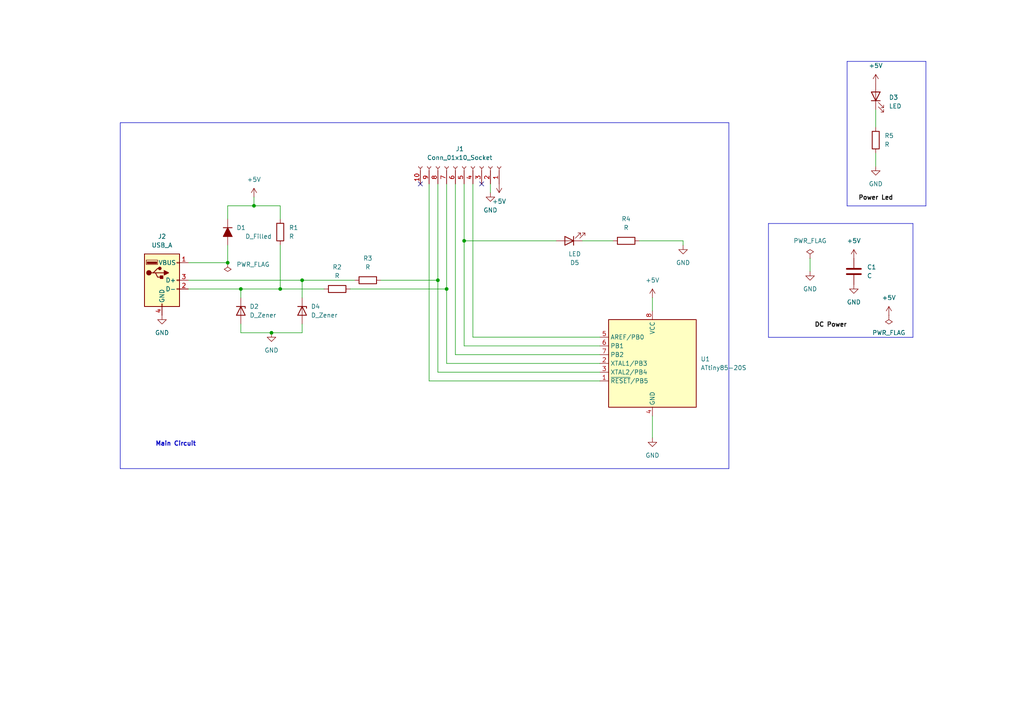
<source format=kicad_sch>
(kicad_sch
	(version 20250114)
	(generator "eeschema")
	(generator_version "9.0")
	(uuid "f2c20679-f28d-47ad-9191-2bfbde129570")
	(paper "A4")
	(title_block
		(date "2024-03-18")
		(rev "version Test2024")
		(company "UCC")
		(comment 1 "proyectoBase2024")
	)
	(lib_symbols
		(symbol "+5V_1"
			(power)
			(pin_names
				(offset 0)
			)
			(exclude_from_sim no)
			(in_bom yes)
			(on_board yes)
			(property "Reference" "#PWR"
				(at 0 -3.81 0)
				(effects
					(font
						(size 1.27 1.27)
					)
					(hide yes)
				)
			)
			(property "Value" "+5V_1"
				(at 0 3.556 0)
				(effects
					(font
						(size 1.27 1.27)
					)
				)
			)
			(property "Footprint" ""
				(at 0 0 0)
				(effects
					(font
						(size 1.27 1.27)
					)
					(hide yes)
				)
			)
			(property "Datasheet" ""
				(at 0 0 0)
				(effects
					(font
						(size 1.27 1.27)
					)
					(hide yes)
				)
			)
			(property "Description" "Power symbol creates a global label with name \"+5V\""
				(at 0 0 0)
				(effects
					(font
						(size 1.27 1.27)
					)
					(hide yes)
				)
			)
			(property "ki_keywords" "global power"
				(at 0 0 0)
				(effects
					(font
						(size 1.27 1.27)
					)
					(hide yes)
				)
			)
			(symbol "+5V_1_0_1"
				(polyline
					(pts
						(xy -0.762 1.27) (xy 0 2.54)
					)
					(stroke
						(width 0)
						(type default)
					)
					(fill
						(type none)
					)
				)
				(polyline
					(pts
						(xy 0 2.54) (xy 0.762 1.27)
					)
					(stroke
						(width 0)
						(type default)
					)
					(fill
						(type none)
					)
				)
				(polyline
					(pts
						(xy 0 0) (xy 0 2.54)
					)
					(stroke
						(width 0)
						(type default)
					)
					(fill
						(type none)
					)
				)
			)
			(symbol "+5V_1_1_1"
				(pin power_in line
					(at 0 0 90)
					(length 0)
					(hide yes)
					(name "+5V"
						(effects
							(font
								(size 1.27 1.27)
							)
						)
					)
					(number "1"
						(effects
							(font
								(size 1.27 1.27)
							)
						)
					)
				)
			)
			(embedded_fonts no)
		)
		(symbol "Connector:Conn_01x10_Socket"
			(pin_names
				(offset 1.016)
				(hide yes)
			)
			(exclude_from_sim no)
			(in_bom yes)
			(on_board yes)
			(property "Reference" "J"
				(at 0 12.7 0)
				(effects
					(font
						(size 1.27 1.27)
					)
				)
			)
			(property "Value" "Conn_01x10_Socket"
				(at 0 -15.24 0)
				(effects
					(font
						(size 1.27 1.27)
					)
				)
			)
			(property "Footprint" ""
				(at 0 0 0)
				(effects
					(font
						(size 1.27 1.27)
					)
					(hide yes)
				)
			)
			(property "Datasheet" "~"
				(at 0 0 0)
				(effects
					(font
						(size 1.27 1.27)
					)
					(hide yes)
				)
			)
			(property "Description" "Generic connector, single row, 01x10, script generated"
				(at 0 0 0)
				(effects
					(font
						(size 1.27 1.27)
					)
					(hide yes)
				)
			)
			(property "ki_locked" ""
				(at 0 0 0)
				(effects
					(font
						(size 1.27 1.27)
					)
				)
			)
			(property "ki_keywords" "connector"
				(at 0 0 0)
				(effects
					(font
						(size 1.27 1.27)
					)
					(hide yes)
				)
			)
			(property "ki_fp_filters" "Connector*:*_1x??_*"
				(at 0 0 0)
				(effects
					(font
						(size 1.27 1.27)
					)
					(hide yes)
				)
			)
			(symbol "Conn_01x10_Socket_1_1"
				(polyline
					(pts
						(xy -1.27 10.16) (xy -0.508 10.16)
					)
					(stroke
						(width 0.1524)
						(type default)
					)
					(fill
						(type none)
					)
				)
				(polyline
					(pts
						(xy -1.27 7.62) (xy -0.508 7.62)
					)
					(stroke
						(width 0.1524)
						(type default)
					)
					(fill
						(type none)
					)
				)
				(polyline
					(pts
						(xy -1.27 5.08) (xy -0.508 5.08)
					)
					(stroke
						(width 0.1524)
						(type default)
					)
					(fill
						(type none)
					)
				)
				(polyline
					(pts
						(xy -1.27 2.54) (xy -0.508 2.54)
					)
					(stroke
						(width 0.1524)
						(type default)
					)
					(fill
						(type none)
					)
				)
				(polyline
					(pts
						(xy -1.27 0) (xy -0.508 0)
					)
					(stroke
						(width 0.1524)
						(type default)
					)
					(fill
						(type none)
					)
				)
				(polyline
					(pts
						(xy -1.27 -2.54) (xy -0.508 -2.54)
					)
					(stroke
						(width 0.1524)
						(type default)
					)
					(fill
						(type none)
					)
				)
				(polyline
					(pts
						(xy -1.27 -5.08) (xy -0.508 -5.08)
					)
					(stroke
						(width 0.1524)
						(type default)
					)
					(fill
						(type none)
					)
				)
				(polyline
					(pts
						(xy -1.27 -7.62) (xy -0.508 -7.62)
					)
					(stroke
						(width 0.1524)
						(type default)
					)
					(fill
						(type none)
					)
				)
				(polyline
					(pts
						(xy -1.27 -10.16) (xy -0.508 -10.16)
					)
					(stroke
						(width 0.1524)
						(type default)
					)
					(fill
						(type none)
					)
				)
				(polyline
					(pts
						(xy -1.27 -12.7) (xy -0.508 -12.7)
					)
					(stroke
						(width 0.1524)
						(type default)
					)
					(fill
						(type none)
					)
				)
				(arc
					(start 0 9.652)
					(mid -0.5058 10.16)
					(end 0 10.668)
					(stroke
						(width 0.1524)
						(type default)
					)
					(fill
						(type none)
					)
				)
				(arc
					(start 0 7.112)
					(mid -0.5058 7.62)
					(end 0 8.128)
					(stroke
						(width 0.1524)
						(type default)
					)
					(fill
						(type none)
					)
				)
				(arc
					(start 0 4.572)
					(mid -0.5058 5.08)
					(end 0 5.588)
					(stroke
						(width 0.1524)
						(type default)
					)
					(fill
						(type none)
					)
				)
				(arc
					(start 0 2.032)
					(mid -0.5058 2.54)
					(end 0 3.048)
					(stroke
						(width 0.1524)
						(type default)
					)
					(fill
						(type none)
					)
				)
				(arc
					(start 0 -0.508)
					(mid -0.5058 0)
					(end 0 0.508)
					(stroke
						(width 0.1524)
						(type default)
					)
					(fill
						(type none)
					)
				)
				(arc
					(start 0 -3.048)
					(mid -0.5058 -2.54)
					(end 0 -2.032)
					(stroke
						(width 0.1524)
						(type default)
					)
					(fill
						(type none)
					)
				)
				(arc
					(start 0 -5.588)
					(mid -0.5058 -5.08)
					(end 0 -4.572)
					(stroke
						(width 0.1524)
						(type default)
					)
					(fill
						(type none)
					)
				)
				(arc
					(start 0 -8.128)
					(mid -0.5058 -7.62)
					(end 0 -7.112)
					(stroke
						(width 0.1524)
						(type default)
					)
					(fill
						(type none)
					)
				)
				(arc
					(start 0 -10.668)
					(mid -0.5058 -10.16)
					(end 0 -9.652)
					(stroke
						(width 0.1524)
						(type default)
					)
					(fill
						(type none)
					)
				)
				(arc
					(start 0 -13.208)
					(mid -0.5058 -12.7)
					(end 0 -12.192)
					(stroke
						(width 0.1524)
						(type default)
					)
					(fill
						(type none)
					)
				)
				(pin passive line
					(at -5.08 10.16 0)
					(length 3.81)
					(name "Pin_1"
						(effects
							(font
								(size 1.27 1.27)
							)
						)
					)
					(number "1"
						(effects
							(font
								(size 1.27 1.27)
							)
						)
					)
				)
				(pin passive line
					(at -5.08 7.62 0)
					(length 3.81)
					(name "Pin_2"
						(effects
							(font
								(size 1.27 1.27)
							)
						)
					)
					(number "2"
						(effects
							(font
								(size 1.27 1.27)
							)
						)
					)
				)
				(pin passive line
					(at -5.08 5.08 0)
					(length 3.81)
					(name "Pin_3"
						(effects
							(font
								(size 1.27 1.27)
							)
						)
					)
					(number "3"
						(effects
							(font
								(size 1.27 1.27)
							)
						)
					)
				)
				(pin passive line
					(at -5.08 2.54 0)
					(length 3.81)
					(name "Pin_4"
						(effects
							(font
								(size 1.27 1.27)
							)
						)
					)
					(number "4"
						(effects
							(font
								(size 1.27 1.27)
							)
						)
					)
				)
				(pin passive line
					(at -5.08 0 0)
					(length 3.81)
					(name "Pin_5"
						(effects
							(font
								(size 1.27 1.27)
							)
						)
					)
					(number "5"
						(effects
							(font
								(size 1.27 1.27)
							)
						)
					)
				)
				(pin passive line
					(at -5.08 -2.54 0)
					(length 3.81)
					(name "Pin_6"
						(effects
							(font
								(size 1.27 1.27)
							)
						)
					)
					(number "6"
						(effects
							(font
								(size 1.27 1.27)
							)
						)
					)
				)
				(pin passive line
					(at -5.08 -5.08 0)
					(length 3.81)
					(name "Pin_7"
						(effects
							(font
								(size 1.27 1.27)
							)
						)
					)
					(number "7"
						(effects
							(font
								(size 1.27 1.27)
							)
						)
					)
				)
				(pin passive line
					(at -5.08 -7.62 0)
					(length 3.81)
					(name "Pin_8"
						(effects
							(font
								(size 1.27 1.27)
							)
						)
					)
					(number "8"
						(effects
							(font
								(size 1.27 1.27)
							)
						)
					)
				)
				(pin passive line
					(at -5.08 -10.16 0)
					(length 3.81)
					(name "Pin_9"
						(effects
							(font
								(size 1.27 1.27)
							)
						)
					)
					(number "9"
						(effects
							(font
								(size 1.27 1.27)
							)
						)
					)
				)
				(pin passive line
					(at -5.08 -12.7 0)
					(length 3.81)
					(name "Pin_10"
						(effects
							(font
								(size 1.27 1.27)
							)
						)
					)
					(number "10"
						(effects
							(font
								(size 1.27 1.27)
							)
						)
					)
				)
			)
			(embedded_fonts no)
		)
		(symbol "Connector:USB_A"
			(pin_names
				(offset 1.016)
			)
			(exclude_from_sim no)
			(in_bom yes)
			(on_board yes)
			(property "Reference" "J2"
				(at 0 12.7 0)
				(effects
					(font
						(size 1.27 1.27)
					)
				)
			)
			(property "Value" "USB_A"
				(at 0 10.16 0)
				(effects
					(font
						(size 1.27 1.27)
					)
				)
			)
			(property "Footprint" ""
				(at 3.81 -1.27 0)
				(effects
					(font
						(size 1.27 1.27)
					)
					(hide yes)
				)
			)
			(property "Datasheet" "~"
				(at 3.81 -1.27 0)
				(effects
					(font
						(size 1.27 1.27)
					)
					(hide yes)
				)
			)
			(property "Description" "USB Type A connector"
				(at 0 0 0)
				(effects
					(font
						(size 1.27 1.27)
					)
					(hide yes)
				)
			)
			(property "ki_keywords" "connector USB"
				(at 0 0 0)
				(effects
					(font
						(size 1.27 1.27)
					)
					(hide yes)
				)
			)
			(property "ki_fp_filters" "USB*"
				(at 0 0 0)
				(effects
					(font
						(size 1.27 1.27)
					)
					(hide yes)
				)
			)
			(symbol "USB_A_0_1"
				(rectangle
					(start -5.08 -7.62)
					(end 5.08 7.62)
					(stroke
						(width 0.254)
						(type default)
					)
					(fill
						(type background)
					)
				)
				(circle
					(center -3.81 2.159)
					(radius 0.635)
					(stroke
						(width 0.254)
						(type default)
					)
					(fill
						(type outline)
					)
				)
				(polyline
					(pts
						(xy -3.175 2.159) (xy -2.54 2.159) (xy -1.27 3.429) (xy -0.635 3.429)
					)
					(stroke
						(width 0.254)
						(type default)
					)
					(fill
						(type none)
					)
				)
				(polyline
					(pts
						(xy -2.54 2.159) (xy -1.905 2.159) (xy -1.27 0.889) (xy 0 0.889)
					)
					(stroke
						(width 0.254)
						(type default)
					)
					(fill
						(type none)
					)
				)
				(rectangle
					(start -1.524 4.826)
					(end -4.318 5.334)
					(stroke
						(width 0)
						(type default)
					)
					(fill
						(type outline)
					)
				)
				(rectangle
					(start -1.27 4.572)
					(end -4.572 5.842)
					(stroke
						(width 0)
						(type default)
					)
					(fill
						(type none)
					)
				)
				(circle
					(center -0.635 3.429)
					(radius 0.381)
					(stroke
						(width 0.254)
						(type default)
					)
					(fill
						(type outline)
					)
				)
				(rectangle
					(start -0.127 -7.62)
					(end 0.127 -6.858)
					(stroke
						(width 0)
						(type default)
					)
					(fill
						(type none)
					)
				)
				(rectangle
					(start 0.254 1.27)
					(end -0.508 0.508)
					(stroke
						(width 0.254)
						(type default)
					)
					(fill
						(type outline)
					)
				)
				(polyline
					(pts
						(xy 0.635 2.794) (xy 0.635 1.524) (xy 1.905 2.159) (xy 0.635 2.794)
					)
					(stroke
						(width 0.254)
						(type default)
					)
					(fill
						(type outline)
					)
				)
				(rectangle
					(start 5.08 4.953)
					(end 4.318 5.207)
					(stroke
						(width 0)
						(type default)
					)
					(fill
						(type none)
					)
				)
				(rectangle
					(start 5.08 -0.127)
					(end 4.318 0.127)
					(stroke
						(width 0)
						(type default)
					)
					(fill
						(type none)
					)
				)
				(rectangle
					(start 5.08 -2.667)
					(end 4.318 -2.413)
					(stroke
						(width 0)
						(type default)
					)
					(fill
						(type none)
					)
				)
			)
			(symbol "USB_A_1_1"
				(polyline
					(pts
						(xy -1.905 2.159) (xy 0.635 2.159)
					)
					(stroke
						(width 0.254)
						(type default)
					)
					(fill
						(type none)
					)
				)
				(pin power_in line
					(at 0 -10.16 90)
					(length 2.54)
					(name "GND"
						(effects
							(font
								(size 1.27 1.27)
							)
						)
					)
					(number "4"
						(effects
							(font
								(size 1.27 1.27)
							)
						)
					)
				)
				(pin power_in line
					(at 7.62 5.08 180)
					(length 2.54)
					(name "VBUS"
						(effects
							(font
								(size 1.27 1.27)
							)
						)
					)
					(number "1"
						(effects
							(font
								(size 1.27 1.27)
							)
						)
					)
				)
				(pin bidirectional line
					(at 7.62 0 180)
					(length 2.54)
					(name "D+"
						(effects
							(font
								(size 1.27 1.27)
							)
						)
					)
					(number "3"
						(effects
							(font
								(size 1.27 1.27)
							)
						)
					)
				)
				(pin bidirectional line
					(at 7.62 -2.54 180)
					(length 2.54)
					(name "D-"
						(effects
							(font
								(size 1.27 1.27)
							)
						)
					)
					(number "2"
						(effects
							(font
								(size 1.27 1.27)
							)
						)
					)
				)
			)
			(embedded_fonts no)
		)
		(symbol "D_Filled_1"
			(pin_numbers
				(hide yes)
			)
			(pin_names
				(offset 1.016)
				(hide yes)
			)
			(exclude_from_sim no)
			(in_bom yes)
			(on_board yes)
			(property "Reference" "D"
				(at 0 2.54 0)
				(effects
					(font
						(size 1.27 1.27)
					)
				)
			)
			(property "Value" "D_Filled"
				(at 0 -2.54 0)
				(effects
					(font
						(size 1.27 1.27)
					)
				)
			)
			(property "Footprint" ""
				(at 0 0 0)
				(effects
					(font
						(size 1.27 1.27)
					)
					(hide yes)
				)
			)
			(property "Datasheet" "~"
				(at 0 0 0)
				(effects
					(font
						(size 1.27 1.27)
					)
					(hide yes)
				)
			)
			(property "Description" "Diode, filled shape"
				(at 0 0 0)
				(effects
					(font
						(size 1.27 1.27)
					)
					(hide yes)
				)
			)
			(property "Sim.Device" "D"
				(at 0 0 0)
				(effects
					(font
						(size 1.27 1.27)
					)
					(hide yes)
				)
			)
			(property "Sim.Pins" "1=K 2=A"
				(at 0 0 0)
				(effects
					(font
						(size 1.27 1.27)
					)
					(hide yes)
				)
			)
			(property "ki_keywords" "diode"
				(at 0 0 0)
				(effects
					(font
						(size 1.27 1.27)
					)
					(hide yes)
				)
			)
			(property "ki_fp_filters" "TO-???* *_Diode_* *SingleDiode* D_*"
				(at 0 0 0)
				(effects
					(font
						(size 1.27 1.27)
					)
					(hide yes)
				)
			)
			(symbol "D_Filled_1_0_1"
				(polyline
					(pts
						(xy -1.27 1.27) (xy -1.27 -1.27)
					)
					(stroke
						(width 0.254)
						(type default)
					)
					(fill
						(type none)
					)
				)
				(polyline
					(pts
						(xy 1.27 1.27) (xy 1.27 -1.27) (xy -1.27 0) (xy 1.27 1.27)
					)
					(stroke
						(width 0.254)
						(type default)
					)
					(fill
						(type outline)
					)
				)
				(polyline
					(pts
						(xy 1.27 0) (xy -1.27 0)
					)
					(stroke
						(width 0)
						(type default)
					)
					(fill
						(type none)
					)
				)
			)
			(symbol "D_Filled_1_1_1"
				(pin passive line
					(at -3.81 0 0)
					(length 2.54)
					(name "K"
						(effects
							(font
								(size 1.27 1.27)
							)
						)
					)
					(number "1"
						(effects
							(font
								(size 1.27 1.27)
							)
						)
					)
				)
				(pin passive line
					(at 3.81 0 180)
					(length 2.54)
					(name "A"
						(effects
							(font
								(size 1.27 1.27)
							)
						)
					)
					(number "2"
						(effects
							(font
								(size 1.27 1.27)
							)
						)
					)
				)
			)
			(embedded_fonts no)
		)
		(symbol "Device:C"
			(pin_numbers
				(hide yes)
			)
			(pin_names
				(offset 0.254)
			)
			(exclude_from_sim no)
			(in_bom yes)
			(on_board yes)
			(property "Reference" "C"
				(at 0.635 2.54 0)
				(effects
					(font
						(size 1.27 1.27)
					)
					(justify left)
				)
			)
			(property "Value" "C"
				(at 0.635 -2.54 0)
				(effects
					(font
						(size 1.27 1.27)
					)
					(justify left)
				)
			)
			(property "Footprint" ""
				(at 0.9652 -3.81 0)
				(effects
					(font
						(size 1.27 1.27)
					)
					(hide yes)
				)
			)
			(property "Datasheet" "~"
				(at 0 0 0)
				(effects
					(font
						(size 1.27 1.27)
					)
					(hide yes)
				)
			)
			(property "Description" "Unpolarized capacitor"
				(at 0 0 0)
				(effects
					(font
						(size 1.27 1.27)
					)
					(hide yes)
				)
			)
			(property "ki_keywords" "cap capacitor"
				(at 0 0 0)
				(effects
					(font
						(size 1.27 1.27)
					)
					(hide yes)
				)
			)
			(property "ki_fp_filters" "C_*"
				(at 0 0 0)
				(effects
					(font
						(size 1.27 1.27)
					)
					(hide yes)
				)
			)
			(symbol "C_0_1"
				(polyline
					(pts
						(xy -2.032 0.762) (xy 2.032 0.762)
					)
					(stroke
						(width 0.508)
						(type default)
					)
					(fill
						(type none)
					)
				)
				(polyline
					(pts
						(xy -2.032 -0.762) (xy 2.032 -0.762)
					)
					(stroke
						(width 0.508)
						(type default)
					)
					(fill
						(type none)
					)
				)
			)
			(symbol "C_1_1"
				(pin passive line
					(at 0 3.81 270)
					(length 2.794)
					(name "~"
						(effects
							(font
								(size 1.27 1.27)
							)
						)
					)
					(number "1"
						(effects
							(font
								(size 1.27 1.27)
							)
						)
					)
				)
				(pin passive line
					(at 0 -3.81 90)
					(length 2.794)
					(name "~"
						(effects
							(font
								(size 1.27 1.27)
							)
						)
					)
					(number "2"
						(effects
							(font
								(size 1.27 1.27)
							)
						)
					)
				)
			)
			(embedded_fonts no)
		)
		(symbol "Device:D_Zener"
			(pin_numbers
				(hide yes)
			)
			(pin_names
				(offset 1.016)
				(hide yes)
			)
			(exclude_from_sim no)
			(in_bom yes)
			(on_board yes)
			(property "Reference" "D"
				(at 0 2.54 0)
				(effects
					(font
						(size 1.27 1.27)
					)
				)
			)
			(property "Value" "D_Zener"
				(at 0 -2.54 0)
				(effects
					(font
						(size 1.27 1.27)
					)
				)
			)
			(property "Footprint" ""
				(at 0 0 0)
				(effects
					(font
						(size 1.27 1.27)
					)
					(hide yes)
				)
			)
			(property "Datasheet" "~"
				(at 0 0 0)
				(effects
					(font
						(size 1.27 1.27)
					)
					(hide yes)
				)
			)
			(property "Description" "Zener diode"
				(at 0 0 0)
				(effects
					(font
						(size 1.27 1.27)
					)
					(hide yes)
				)
			)
			(property "ki_keywords" "diode"
				(at 0 0 0)
				(effects
					(font
						(size 1.27 1.27)
					)
					(hide yes)
				)
			)
			(property "ki_fp_filters" "TO-???* *_Diode_* *SingleDiode* D_*"
				(at 0 0 0)
				(effects
					(font
						(size 1.27 1.27)
					)
					(hide yes)
				)
			)
			(symbol "D_Zener_0_1"
				(polyline
					(pts
						(xy -1.27 -1.27) (xy -1.27 1.27) (xy -0.762 1.27)
					)
					(stroke
						(width 0.254)
						(type default)
					)
					(fill
						(type none)
					)
				)
				(polyline
					(pts
						(xy 1.27 0) (xy -1.27 0)
					)
					(stroke
						(width 0)
						(type default)
					)
					(fill
						(type none)
					)
				)
				(polyline
					(pts
						(xy 1.27 -1.27) (xy 1.27 1.27) (xy -1.27 0) (xy 1.27 -1.27)
					)
					(stroke
						(width 0.254)
						(type default)
					)
					(fill
						(type none)
					)
				)
			)
			(symbol "D_Zener_1_1"
				(pin passive line
					(at -3.81 0 0)
					(length 2.54)
					(name "K"
						(effects
							(font
								(size 1.27 1.27)
							)
						)
					)
					(number "1"
						(effects
							(font
								(size 1.27 1.27)
							)
						)
					)
				)
				(pin passive line
					(at 3.81 0 180)
					(length 2.54)
					(name "A"
						(effects
							(font
								(size 1.27 1.27)
							)
						)
					)
					(number "2"
						(effects
							(font
								(size 1.27 1.27)
							)
						)
					)
				)
			)
			(embedded_fonts no)
		)
		(symbol "Device:LED"
			(pin_numbers
				(hide yes)
			)
			(pin_names
				(offset 1.016)
				(hide yes)
			)
			(exclude_from_sim no)
			(in_bom yes)
			(on_board yes)
			(property "Reference" "D"
				(at 0 2.54 0)
				(effects
					(font
						(size 1.27 1.27)
					)
				)
			)
			(property "Value" "LED"
				(at 0 -2.54 0)
				(effects
					(font
						(size 1.27 1.27)
					)
				)
			)
			(property "Footprint" ""
				(at 0 0 0)
				(effects
					(font
						(size 1.27 1.27)
					)
					(hide yes)
				)
			)
			(property "Datasheet" "~"
				(at 0 0 0)
				(effects
					(font
						(size 1.27 1.27)
					)
					(hide yes)
				)
			)
			(property "Description" "Light emitting diode"
				(at 0 0 0)
				(effects
					(font
						(size 1.27 1.27)
					)
					(hide yes)
				)
			)
			(property "ki_keywords" "LED diode"
				(at 0 0 0)
				(effects
					(font
						(size 1.27 1.27)
					)
					(hide yes)
				)
			)
			(property "ki_fp_filters" "LED* LED_SMD:* LED_THT:*"
				(at 0 0 0)
				(effects
					(font
						(size 1.27 1.27)
					)
					(hide yes)
				)
			)
			(symbol "LED_0_1"
				(polyline
					(pts
						(xy -3.048 -0.762) (xy -4.572 -2.286) (xy -3.81 -2.286) (xy -4.572 -2.286) (xy -4.572 -1.524)
					)
					(stroke
						(width 0)
						(type default)
					)
					(fill
						(type none)
					)
				)
				(polyline
					(pts
						(xy -1.778 -0.762) (xy -3.302 -2.286) (xy -2.54 -2.286) (xy -3.302 -2.286) (xy -3.302 -1.524)
					)
					(stroke
						(width 0)
						(type default)
					)
					(fill
						(type none)
					)
				)
				(polyline
					(pts
						(xy -1.27 0) (xy 1.27 0)
					)
					(stroke
						(width 0)
						(type default)
					)
					(fill
						(type none)
					)
				)
				(polyline
					(pts
						(xy -1.27 -1.27) (xy -1.27 1.27)
					)
					(stroke
						(width 0.254)
						(type default)
					)
					(fill
						(type none)
					)
				)
				(polyline
					(pts
						(xy 1.27 -1.27) (xy 1.27 1.27) (xy -1.27 0) (xy 1.27 -1.27)
					)
					(stroke
						(width 0.254)
						(type default)
					)
					(fill
						(type none)
					)
				)
			)
			(symbol "LED_1_1"
				(pin passive line
					(at -3.81 0 0)
					(length 2.54)
					(name "K"
						(effects
							(font
								(size 1.27 1.27)
							)
						)
					)
					(number "1"
						(effects
							(font
								(size 1.27 1.27)
							)
						)
					)
				)
				(pin passive line
					(at 3.81 0 180)
					(length 2.54)
					(name "A"
						(effects
							(font
								(size 1.27 1.27)
							)
						)
					)
					(number "2"
						(effects
							(font
								(size 1.27 1.27)
							)
						)
					)
				)
			)
			(embedded_fonts no)
		)
		(symbol "Device:R"
			(pin_numbers
				(hide yes)
			)
			(pin_names
				(offset 0)
			)
			(exclude_from_sim no)
			(in_bom yes)
			(on_board yes)
			(property "Reference" "R"
				(at 2.032 0 90)
				(effects
					(font
						(size 1.27 1.27)
					)
				)
			)
			(property "Value" "R"
				(at 0 0 90)
				(effects
					(font
						(size 1.27 1.27)
					)
				)
			)
			(property "Footprint" ""
				(at -1.778 0 90)
				(effects
					(font
						(size 1.27 1.27)
					)
					(hide yes)
				)
			)
			(property "Datasheet" "~"
				(at 0 0 0)
				(effects
					(font
						(size 1.27 1.27)
					)
					(hide yes)
				)
			)
			(property "Description" "Resistor"
				(at 0 0 0)
				(effects
					(font
						(size 1.27 1.27)
					)
					(hide yes)
				)
			)
			(property "ki_keywords" "R res resistor"
				(at 0 0 0)
				(effects
					(font
						(size 1.27 1.27)
					)
					(hide yes)
				)
			)
			(property "ki_fp_filters" "R_*"
				(at 0 0 0)
				(effects
					(font
						(size 1.27 1.27)
					)
					(hide yes)
				)
			)
			(symbol "R_0_1"
				(rectangle
					(start -1.016 -2.54)
					(end 1.016 2.54)
					(stroke
						(width 0.254)
						(type default)
					)
					(fill
						(type none)
					)
				)
			)
			(symbol "R_1_1"
				(pin passive line
					(at 0 3.81 270)
					(length 1.27)
					(name "~"
						(effects
							(font
								(size 1.27 1.27)
							)
						)
					)
					(number "1"
						(effects
							(font
								(size 1.27 1.27)
							)
						)
					)
				)
				(pin passive line
					(at 0 -3.81 90)
					(length 1.27)
					(name "~"
						(effects
							(font
								(size 1.27 1.27)
							)
						)
					)
					(number "2"
						(effects
							(font
								(size 1.27 1.27)
							)
						)
					)
				)
			)
			(embedded_fonts no)
		)
		(symbol "GND_1"
			(power)
			(pin_names
				(offset 0)
			)
			(exclude_from_sim no)
			(in_bom yes)
			(on_board yes)
			(property "Reference" "#PWR"
				(at 0 -6.35 0)
				(effects
					(font
						(size 1.27 1.27)
					)
					(hide yes)
				)
			)
			(property "Value" "GND_1"
				(at 0 -3.81 0)
				(effects
					(font
						(size 1.27 1.27)
					)
				)
			)
			(property "Footprint" ""
				(at 0 0 0)
				(effects
					(font
						(size 1.27 1.27)
					)
					(hide yes)
				)
			)
			(property "Datasheet" ""
				(at 0 0 0)
				(effects
					(font
						(size 1.27 1.27)
					)
					(hide yes)
				)
			)
			(property "Description" "Power symbol creates a global label with name \"GND\" , ground"
				(at 0 0 0)
				(effects
					(font
						(size 1.27 1.27)
					)
					(hide yes)
				)
			)
			(property "ki_keywords" "global power"
				(at 0 0 0)
				(effects
					(font
						(size 1.27 1.27)
					)
					(hide yes)
				)
			)
			(symbol "GND_1_0_1"
				(polyline
					(pts
						(xy 0 0) (xy 0 -1.27) (xy 1.27 -1.27) (xy 0 -2.54) (xy -1.27 -1.27) (xy 0 -1.27)
					)
					(stroke
						(width 0)
						(type default)
					)
					(fill
						(type none)
					)
				)
			)
			(symbol "GND_1_1_1"
				(pin power_in line
					(at 0 0 270)
					(length 0)
					(hide yes)
					(name "GND"
						(effects
							(font
								(size 1.27 1.27)
							)
						)
					)
					(number "1"
						(effects
							(font
								(size 1.27 1.27)
							)
						)
					)
				)
			)
			(embedded_fonts no)
		)
		(symbol "LED_1"
			(pin_numbers
				(hide yes)
			)
			(pin_names
				(offset 1.016)
				(hide yes)
			)
			(exclude_from_sim no)
			(in_bom yes)
			(on_board yes)
			(property "Reference" "D"
				(at 0 2.54 0)
				(effects
					(font
						(size 1.27 1.27)
					)
				)
			)
			(property "Value" "LED"
				(at 0 -2.54 0)
				(effects
					(font
						(size 1.27 1.27)
					)
				)
			)
			(property "Footprint" ""
				(at 0 0 0)
				(effects
					(font
						(size 1.27 1.27)
					)
					(hide yes)
				)
			)
			(property "Datasheet" "~"
				(at 0 0 0)
				(effects
					(font
						(size 1.27 1.27)
					)
					(hide yes)
				)
			)
			(property "Description" "Light emitting diode"
				(at 0 0 0)
				(effects
					(font
						(size 1.27 1.27)
					)
					(hide yes)
				)
			)
			(property "Sim.Pins" "1=K 2=A"
				(at 0 0 0)
				(effects
					(font
						(size 1.27 1.27)
					)
					(hide yes)
				)
			)
			(property "ki_keywords" "LED diode"
				(at 0 0 0)
				(effects
					(font
						(size 1.27 1.27)
					)
					(hide yes)
				)
			)
			(property "ki_fp_filters" "LED* LED_SMD:* LED_THT:*"
				(at 0 0 0)
				(effects
					(font
						(size 1.27 1.27)
					)
					(hide yes)
				)
			)
			(symbol "LED_1_0_1"
				(polyline
					(pts
						(xy -3.048 -0.762) (xy -4.572 -2.286) (xy -3.81 -2.286) (xy -4.572 -2.286) (xy -4.572 -1.524)
					)
					(stroke
						(width 0)
						(type default)
					)
					(fill
						(type none)
					)
				)
				(polyline
					(pts
						(xy -1.778 -0.762) (xy -3.302 -2.286) (xy -2.54 -2.286) (xy -3.302 -2.286) (xy -3.302 -1.524)
					)
					(stroke
						(width 0)
						(type default)
					)
					(fill
						(type none)
					)
				)
				(polyline
					(pts
						(xy -1.27 0) (xy 1.27 0)
					)
					(stroke
						(width 0)
						(type default)
					)
					(fill
						(type none)
					)
				)
				(polyline
					(pts
						(xy -1.27 -1.27) (xy -1.27 1.27)
					)
					(stroke
						(width 0.254)
						(type default)
					)
					(fill
						(type none)
					)
				)
				(polyline
					(pts
						(xy 1.27 -1.27) (xy 1.27 1.27) (xy -1.27 0) (xy 1.27 -1.27)
					)
					(stroke
						(width 0.254)
						(type default)
					)
					(fill
						(type none)
					)
				)
			)
			(symbol "LED_1_1_1"
				(pin passive line
					(at -3.81 0 0)
					(length 2.54)
					(name "K"
						(effects
							(font
								(size 1.27 1.27)
							)
						)
					)
					(number "1"
						(effects
							(font
								(size 1.27 1.27)
							)
						)
					)
				)
				(pin passive line
					(at 3.81 0 180)
					(length 2.54)
					(name "A"
						(effects
							(font
								(size 1.27 1.27)
							)
						)
					)
					(number "2"
						(effects
							(font
								(size 1.27 1.27)
							)
						)
					)
				)
			)
			(embedded_fonts no)
		)
		(symbol "MCU_Microchip_ATtiny:ATtiny85-20S"
			(exclude_from_sim no)
			(in_bom yes)
			(on_board yes)
			(property "Reference" "U"
				(at -12.7 13.97 0)
				(effects
					(font
						(size 1.27 1.27)
					)
					(justify left bottom)
				)
			)
			(property "Value" "ATtiny85-20S"
				(at 2.54 -13.97 0)
				(effects
					(font
						(size 1.27 1.27)
					)
					(justify left top)
				)
			)
			(property "Footprint" "Package_SO:SOIC-8W_5.3x5.3mm_P1.27mm"
				(at 0 0 0)
				(effects
					(font
						(size 1.27 1.27)
						(italic yes)
					)
					(hide yes)
				)
			)
			(property "Datasheet" "http://ww1.microchip.com/downloads/en/DeviceDoc/atmel-2586-avr-8-bit-microcontroller-attiny25-attiny45-attiny85_datasheet.pdf"
				(at 0 0 0)
				(effects
					(font
						(size 1.27 1.27)
					)
					(hide yes)
				)
			)
			(property "Description" "20MHz, 8kB Flash, 512B SRAM, 512B EEPROM, debugWIRE, SOIC-8W"
				(at 0 0 0)
				(effects
					(font
						(size 1.27 1.27)
					)
					(hide yes)
				)
			)
			(property "ki_keywords" "AVR 8bit Microcontroller tinyAVR"
				(at 0 0 0)
				(effects
					(font
						(size 1.27 1.27)
					)
					(hide yes)
				)
			)
			(property "ki_fp_filters" "SOIC*5.3x5.3mm*P1.27mm*"
				(at 0 0 0)
				(effects
					(font
						(size 1.27 1.27)
					)
					(hide yes)
				)
			)
			(symbol "ATtiny85-20S_0_1"
				(rectangle
					(start -12.7 -12.7)
					(end 12.7 12.7)
					(stroke
						(width 0.254)
						(type default)
					)
					(fill
						(type background)
					)
				)
			)
			(symbol "ATtiny85-20S_1_1"
				(pin power_in line
					(at 0 15.24 270)
					(length 2.54)
					(name "VCC"
						(effects
							(font
								(size 1.27 1.27)
							)
						)
					)
					(number "8"
						(effects
							(font
								(size 1.27 1.27)
							)
						)
					)
				)
				(pin power_in line
					(at 0 -15.24 90)
					(length 2.54)
					(name "GND"
						(effects
							(font
								(size 1.27 1.27)
							)
						)
					)
					(number "4"
						(effects
							(font
								(size 1.27 1.27)
							)
						)
					)
				)
				(pin bidirectional line
					(at 15.24 7.62 180)
					(length 2.54)
					(name "AREF/PB0"
						(effects
							(font
								(size 1.27 1.27)
							)
						)
					)
					(number "5"
						(effects
							(font
								(size 1.27 1.27)
							)
						)
					)
				)
				(pin bidirectional line
					(at 15.24 5.08 180)
					(length 2.54)
					(name "PB1"
						(effects
							(font
								(size 1.27 1.27)
							)
						)
					)
					(number "6"
						(effects
							(font
								(size 1.27 1.27)
							)
						)
					)
				)
				(pin bidirectional line
					(at 15.24 2.54 180)
					(length 2.54)
					(name "PB2"
						(effects
							(font
								(size 1.27 1.27)
							)
						)
					)
					(number "7"
						(effects
							(font
								(size 1.27 1.27)
							)
						)
					)
				)
				(pin bidirectional line
					(at 15.24 0 180)
					(length 2.54)
					(name "XTAL1/PB3"
						(effects
							(font
								(size 1.27 1.27)
							)
						)
					)
					(number "2"
						(effects
							(font
								(size 1.27 1.27)
							)
						)
					)
				)
				(pin bidirectional line
					(at 15.24 -2.54 180)
					(length 2.54)
					(name "XTAL2/PB4"
						(effects
							(font
								(size 1.27 1.27)
							)
						)
					)
					(number "3"
						(effects
							(font
								(size 1.27 1.27)
							)
						)
					)
				)
				(pin bidirectional line
					(at 15.24 -5.08 180)
					(length 2.54)
					(name "~{RESET}/PB5"
						(effects
							(font
								(size 1.27 1.27)
							)
						)
					)
					(number "1"
						(effects
							(font
								(size 1.27 1.27)
							)
						)
					)
				)
			)
			(embedded_fonts no)
		)
		(symbol "PWR_FLAG_1"
			(power)
			(pin_numbers
				(hide yes)
			)
			(pin_names
				(offset 0)
				(hide yes)
			)
			(exclude_from_sim no)
			(in_bom yes)
			(on_board yes)
			(property "Reference" "#FLG"
				(at 0 1.905 0)
				(effects
					(font
						(size 1.27 1.27)
					)
					(hide yes)
				)
			)
			(property "Value" "PWR_FLAG_1"
				(at 0 3.81 0)
				(effects
					(font
						(size 1.27 1.27)
					)
				)
			)
			(property "Footprint" ""
				(at 0 0 0)
				(effects
					(font
						(size 1.27 1.27)
					)
					(hide yes)
				)
			)
			(property "Datasheet" "~"
				(at 0 0 0)
				(effects
					(font
						(size 1.27 1.27)
					)
					(hide yes)
				)
			)
			(property "Description" "Special symbol for telling ERC where power comes from"
				(at 0 0 0)
				(effects
					(font
						(size 1.27 1.27)
					)
					(hide yes)
				)
			)
			(property "ki_keywords" "flag power"
				(at 0 0 0)
				(effects
					(font
						(size 1.27 1.27)
					)
					(hide yes)
				)
			)
			(symbol "PWR_FLAG_1_0_0"
				(pin power_out line
					(at 0 0 90)
					(length 0)
					(name "pwr"
						(effects
							(font
								(size 1.27 1.27)
							)
						)
					)
					(number "1"
						(effects
							(font
								(size 1.27 1.27)
							)
						)
					)
				)
			)
			(symbol "PWR_FLAG_1_0_1"
				(polyline
					(pts
						(xy 0 0) (xy 0 1.27) (xy -1.016 1.905) (xy 0 2.54) (xy 1.016 1.905) (xy 0 1.27)
					)
					(stroke
						(width 0)
						(type default)
					)
					(fill
						(type none)
					)
				)
			)
			(embedded_fonts no)
		)
		(symbol "power:PWR_FLAG"
			(power)
			(pin_numbers
				(hide yes)
			)
			(pin_names
				(offset 0)
				(hide yes)
			)
			(exclude_from_sim no)
			(in_bom yes)
			(on_board yes)
			(property "Reference" "#FLG"
				(at 0 1.905 0)
				(effects
					(font
						(size 1.27 1.27)
					)
					(hide yes)
				)
			)
			(property "Value" "PWR_FLAG"
				(at 0 3.81 0)
				(effects
					(font
						(size 1.27 1.27)
					)
				)
			)
			(property "Footprint" ""
				(at 0 0 0)
				(effects
					(font
						(size 1.27 1.27)
					)
					(hide yes)
				)
			)
			(property "Datasheet" "~"
				(at 0 0 0)
				(effects
					(font
						(size 1.27 1.27)
					)
					(hide yes)
				)
			)
			(property "Description" "Special symbol for telling ERC where power comes from"
				(at 0 0 0)
				(effects
					(font
						(size 1.27 1.27)
					)
					(hide yes)
				)
			)
			(property "ki_keywords" "flag power"
				(at 0 0 0)
				(effects
					(font
						(size 1.27 1.27)
					)
					(hide yes)
				)
			)
			(symbol "PWR_FLAG_0_0"
				(pin power_out line
					(at 0 0 90)
					(length 0)
					(name "~"
						(effects
							(font
								(size 1.27 1.27)
							)
						)
					)
					(number "1"
						(effects
							(font
								(size 1.27 1.27)
							)
						)
					)
				)
			)
			(symbol "PWR_FLAG_0_1"
				(polyline
					(pts
						(xy 0 0) (xy 0 1.27) (xy -1.016 1.905) (xy 0 2.54) (xy 1.016 1.905) (xy 0 1.27)
					)
					(stroke
						(width 0)
						(type default)
					)
					(fill
						(type none)
					)
				)
			)
			(embedded_fonts no)
		)
	)
	(text "Main Circuit"
		(exclude_from_sim no)
		(at 45.0342 129.5654 0)
		(effects
			(font
				(size 1.27 1.27)
				(thickness 0.254)
				(bold yes)
			)
			(justify left bottom)
		)
		(uuid "39ea4496-1b44-485f-ab4a-73accbcc9f99")
	)
	(junction
		(at 127 81.28)
		(diameter 0)
		(color 0 0 0 0)
		(uuid "0882c8c1-c51d-4863-8c74-3691af892fc9")
	)
	(junction
		(at 87.63 81.28)
		(diameter 0)
		(color 0 0 0 0)
		(uuid "31b388ec-7efc-4282-9cb6-01183055a8c1")
	)
	(junction
		(at 73.66 59.69)
		(diameter 0)
		(color 0 0 0 0)
		(uuid "45e23898-725d-4312-9589-842bbc39b85b")
	)
	(junction
		(at 129.54 83.82)
		(diameter 0)
		(color 0 0 0 0)
		(uuid "4f6b1949-c0b1-49dc-98f4-178a2b99fead")
	)
	(junction
		(at 69.85 83.82)
		(diameter 0)
		(color 0 0 0 0)
		(uuid "7dcb87c7-3e11-47ec-b649-c2d08097b9bd")
	)
	(junction
		(at 66.04 76.2)
		(diameter 0)
		(color 0 0 0 0)
		(uuid "9613af54-d3be-40f7-955a-00dd697ce3f4")
	)
	(junction
		(at 134.62 69.85)
		(diameter 0)
		(color 0 0 0 0)
		(uuid "cba5ce9a-9df9-4fc3-bf57-4285c4aae68d")
	)
	(junction
		(at 78.74 96.52)
		(diameter 0)
		(color 0 0 0 0)
		(uuid "cc8e18f8-d8c3-4031-8650-972f8ebba2db")
	)
	(junction
		(at 81.28 83.82)
		(diameter 0)
		(color 0 0 0 0)
		(uuid "d06f649e-db4e-4f77-8594-9a2b4cac1ff0")
	)
	(no_connect
		(at 139.7 53.34)
		(uuid "8b770575-6ec6-44f6-80cb-796ec866140c")
	)
	(no_connect
		(at 121.92 53.34)
		(uuid "aaeb71fb-08a2-462a-b248-29f46a7e4070")
	)
	(wire
		(pts
			(xy 87.63 81.28) (xy 87.63 86.36)
		)
		(stroke
			(width 0)
			(type default)
		)
		(uuid "018930a7-c161-4a90-a990-e382c64cd8d9")
	)
	(wire
		(pts
			(xy 185.42 69.85) (xy 198.12 69.85)
		)
		(stroke
			(width 0)
			(type default)
		)
		(uuid "0212b564-c82f-40e0-b7bc-2d3e9a7aa113")
	)
	(wire
		(pts
			(xy 78.74 96.52) (xy 87.63 96.52)
		)
		(stroke
			(width 0)
			(type default)
		)
		(uuid "0b64d388-beef-42f7-b57c-215f2842cccc")
	)
	(wire
		(pts
			(xy 101.6 83.82) (xy 129.54 83.82)
		)
		(stroke
			(width 0)
			(type default)
		)
		(uuid "0d27e852-0406-4043-ad5c-1ce8ca1d2a39")
	)
	(polyline
		(pts
			(xy 34.8742 135.9154) (xy 34.8742 35.5854)
		)
		(stroke
			(width 0)
			(type default)
		)
		(uuid "12c67071-fe67-4f47-a0ca-3ef1ab2bc966")
	)
	(wire
		(pts
			(xy 78.74 96.52) (xy 69.85 96.52)
		)
		(stroke
			(width 0)
			(type default)
		)
		(uuid "1aaca79c-e5fb-4cf6-bee9-a7cee70c2e47")
	)
	(wire
		(pts
			(xy 132.08 53.34) (xy 132.08 102.87)
		)
		(stroke
			(width 0)
			(type default)
		)
		(uuid "1dde0acd-1dac-4e74-aae9-6fb208427670")
	)
	(polyline
		(pts
			(xy 211.4042 35.5854) (xy 211.4042 135.9154)
		)
		(stroke
			(width 0)
			(type default)
		)
		(uuid "1f5f82f7-3c3e-40e2-9a00-ce83a042d5ac")
	)
	(wire
		(pts
			(xy 127 107.95) (xy 173.99 107.95)
		)
		(stroke
			(width 0)
			(type default)
		)
		(uuid "283675c4-79db-4bf1-a121-b7500e52e412")
	)
	(wire
		(pts
			(xy 87.63 81.28) (xy 102.87 81.28)
		)
		(stroke
			(width 0)
			(type default)
		)
		(uuid "36daa60b-9d74-473e-acc0-50281c8a08f6")
	)
	(wire
		(pts
			(xy 54.61 76.2) (xy 66.04 76.2)
		)
		(stroke
			(width 0)
			(type default)
		)
		(uuid "3e5c6ea5-69e4-4450-ab84-41aff2786e13")
	)
	(wire
		(pts
			(xy 73.66 57.15) (xy 73.66 59.69)
		)
		(stroke
			(width 0)
			(type default)
		)
		(uuid "410248ad-2904-4812-8d85-850535af93ee")
	)
	(wire
		(pts
			(xy 81.28 71.12) (xy 81.28 83.82)
		)
		(stroke
			(width 0)
			(type default)
		)
		(uuid "4267bba2-364f-4836-8a04-0e9b028c5aca")
	)
	(wire
		(pts
			(xy 66.04 59.69) (xy 66.04 63.5)
		)
		(stroke
			(width 0)
			(type default)
		)
		(uuid "4c2df597-1210-449c-9045-650fb6953e19")
	)
	(polyline
		(pts
			(xy 268.5542 17.8054) (xy 268.5542 59.7154)
		)
		(stroke
			(width 0)
			(type default)
		)
		(uuid "4eb3e81b-c3fe-4e85-853e-9ce32520e02d")
	)
	(wire
		(pts
			(xy 124.46 110.49) (xy 173.99 110.49)
		)
		(stroke
			(width 0)
			(type default)
		)
		(uuid "5032c503-96f0-487f-8f2f-fdd7798ea9b9")
	)
	(wire
		(pts
			(xy 110.49 81.28) (xy 127 81.28)
		)
		(stroke
			(width 0)
			(type default)
		)
		(uuid "5c1cf72a-c29d-4173-b29c-389220c41f18")
	)
	(polyline
		(pts
			(xy 222.885 64.8208) (xy 264.795 64.8208)
		)
		(stroke
			(width 0)
			(type default)
		)
		(uuid "654c2277-b153-442b-b460-0cc1001e1bfe")
	)
	(wire
		(pts
			(xy 81.28 63.5) (xy 81.28 59.69)
		)
		(stroke
			(width 0)
			(type default)
		)
		(uuid "665d1084-3d66-40eb-90e9-0b52b7697f60")
	)
	(polyline
		(pts
			(xy 268.5542 59.7154) (xy 245.6942 59.7154)
		)
		(stroke
			(width 0)
			(type default)
		)
		(uuid "73b21d52-5af1-4324-ac82-7fc4e93bc07a")
	)
	(wire
		(pts
			(xy 189.23 86.36) (xy 189.23 90.17)
		)
		(stroke
			(width 0)
			(type default)
		)
		(uuid "7752abc2-2e47-40aa-8ba6-ea886c72c153")
	)
	(polyline
		(pts
			(xy 222.885 97.8408) (xy 222.885 64.8208)
		)
		(stroke
			(width 0)
			(type default)
		)
		(uuid "7b5ddeea-8245-4000-8222-3f545ae9a1f4")
	)
	(polyline
		(pts
			(xy 211.4042 135.9154) (xy 34.8742 135.9154)
		)
		(stroke
			(width 0)
			(type default)
		)
		(uuid "7ebb2a4f-8cb5-40c6-9206-e43704b68921")
	)
	(wire
		(pts
			(xy 87.63 96.52) (xy 87.63 93.98)
		)
		(stroke
			(width 0)
			(type default)
		)
		(uuid "8631976f-a5e8-447c-bf52-c32bfe20a5bc")
	)
	(wire
		(pts
			(xy 127 81.28) (xy 127 107.95)
		)
		(stroke
			(width 0)
			(type default)
		)
		(uuid "8851db43-a107-45b2-84a0-9ee2427a2434")
	)
	(wire
		(pts
			(xy 81.28 59.69) (xy 73.66 59.69)
		)
		(stroke
			(width 0)
			(type default)
		)
		(uuid "8de918df-97f3-401f-978b-270bad6ea405")
	)
	(wire
		(pts
			(xy 234.95 74.93) (xy 234.95 78.74)
		)
		(stroke
			(width 0)
			(type default)
		)
		(uuid "8fce239d-67eb-4b20-9711-49b3ea6086d1")
	)
	(wire
		(pts
			(xy 198.12 69.85) (xy 198.12 71.12)
		)
		(stroke
			(width 0)
			(type default)
		)
		(uuid "93373946-c0ad-465a-9927-683e7ef67553")
	)
	(wire
		(pts
			(xy 254 31.75) (xy 254 36.83)
		)
		(stroke
			(width 0)
			(type default)
		)
		(uuid "9d380c1f-cdab-4921-be83-59c3e0ff339d")
	)
	(wire
		(pts
			(xy 129.54 105.41) (xy 173.99 105.41)
		)
		(stroke
			(width 0)
			(type default)
		)
		(uuid "9d8d4e29-be6d-46be-9c5f-782714c648d9")
	)
	(wire
		(pts
			(xy 134.62 53.34) (xy 134.62 69.85)
		)
		(stroke
			(width 0)
			(type default)
		)
		(uuid "a45fede7-01fb-4090-a16c-f80c256cffe1")
	)
	(wire
		(pts
			(xy 161.29 69.85) (xy 134.62 69.85)
		)
		(stroke
			(width 0)
			(type default)
		)
		(uuid "a939a464-93ee-4ebe-ac4d-9c1732b5c6c4")
	)
	(wire
		(pts
			(xy 142.24 53.34) (xy 142.24 55.88)
		)
		(stroke
			(width 0)
			(type default)
		)
		(uuid "aa93bf4b-1304-4ae1-852f-4bf3de7b97c8")
	)
	(wire
		(pts
			(xy 132.08 102.87) (xy 173.99 102.87)
		)
		(stroke
			(width 0)
			(type default)
		)
		(uuid "ab670792-2549-4e08-89a1-a8549c7b196b")
	)
	(wire
		(pts
			(xy 81.28 83.82) (xy 93.98 83.82)
		)
		(stroke
			(width 0)
			(type default)
		)
		(uuid "af12f744-101a-4920-ae40-cd89a20b0873")
	)
	(wire
		(pts
			(xy 69.85 96.52) (xy 69.85 93.98)
		)
		(stroke
			(width 0)
			(type default)
		)
		(uuid "b02fa56a-a9b1-47e9-a280-bc8c4d84f4f0")
	)
	(wire
		(pts
			(xy 73.66 59.69) (xy 66.04 59.69)
		)
		(stroke
			(width 0)
			(type default)
		)
		(uuid "b11c46b5-30da-4c8b-87c3-78881e57a632")
	)
	(wire
		(pts
			(xy 254 44.45) (xy 254 48.26)
		)
		(stroke
			(width 0)
			(type default)
		)
		(uuid "b3a4dc27-b49b-409d-8d16-0239bd44dcf4")
	)
	(wire
		(pts
			(xy 129.54 53.34) (xy 129.54 83.82)
		)
		(stroke
			(width 0)
			(type default)
		)
		(uuid "b4670e75-2eda-4d5f-ae59-6f1b6efd9f1b")
	)
	(wire
		(pts
			(xy 69.85 83.82) (xy 69.85 86.36)
		)
		(stroke
			(width 0)
			(type default)
		)
		(uuid "bb83882d-4dad-4d23-b666-103587320281")
	)
	(polyline
		(pts
			(xy 245.6942 59.7154) (xy 245.6942 17.8054)
		)
		(stroke
			(width 0)
			(type default)
		)
		(uuid "c289a2e8-800f-459f-8e02-e4181254dd67")
	)
	(wire
		(pts
			(xy 129.54 83.82) (xy 129.54 105.41)
		)
		(stroke
			(width 0)
			(type default)
		)
		(uuid "c4d3138d-5642-408f-9b12-cb7b26a70a85")
	)
	(polyline
		(pts
			(xy 245.6942 17.8054) (xy 268.5542 17.8054)
		)
		(stroke
			(width 0)
			(type default)
		)
		(uuid "c5196035-626d-4878-af78-a964605d27be")
	)
	(wire
		(pts
			(xy 189.23 120.65) (xy 189.23 127)
		)
		(stroke
			(width 0)
			(type default)
		)
		(uuid "cf6cc2db-f5ca-41ff-8a19-b3ee79ecb1f0")
	)
	(wire
		(pts
			(xy 134.62 100.33) (xy 173.99 100.33)
		)
		(stroke
			(width 0)
			(type default)
		)
		(uuid "d1681bf8-b09c-4e62-9f05-d6251eb65407")
	)
	(wire
		(pts
			(xy 127 53.34) (xy 127 81.28)
		)
		(stroke
			(width 0)
			(type default)
		)
		(uuid "d403d4ff-8f54-45e4-9f13-64b79af7e2ca")
	)
	(wire
		(pts
			(xy 69.85 83.82) (xy 81.28 83.82)
		)
		(stroke
			(width 0)
			(type default)
		)
		(uuid "da6db20e-4849-4915-9634-d89a5b3ec6c4")
	)
	(wire
		(pts
			(xy 168.91 69.85) (xy 177.8 69.85)
		)
		(stroke
			(width 0)
			(type default)
		)
		(uuid "dd0419a7-5b36-4fa1-af61-afe4d43441cc")
	)
	(wire
		(pts
			(xy 137.16 53.34) (xy 137.16 97.79)
		)
		(stroke
			(width 0)
			(type default)
		)
		(uuid "e3127079-6f36-4d26-ba8d-ea42a25bd522")
	)
	(wire
		(pts
			(xy 66.04 71.12) (xy 66.04 76.2)
		)
		(stroke
			(width 0)
			(type default)
		)
		(uuid "e6128c12-b333-4750-b04b-bef5e91ff753")
	)
	(wire
		(pts
			(xy 124.46 53.34) (xy 124.46 110.49)
		)
		(stroke
			(width 0)
			(type default)
		)
		(uuid "e70f91e4-be92-49d0-accb-a7da5e4f40cd")
	)
	(wire
		(pts
			(xy 54.61 81.28) (xy 87.63 81.28)
		)
		(stroke
			(width 0)
			(type default)
		)
		(uuid "e744471a-2bdc-4b0d-ae8d-2107e2775e4f")
	)
	(polyline
		(pts
			(xy 264.795 64.8208) (xy 264.795 97.8408)
		)
		(stroke
			(width 0)
			(type default)
		)
		(uuid "eaa8bceb-f274-422b-90fd-fe4877b72009")
	)
	(polyline
		(pts
			(xy 34.8742 35.5854) (xy 211.4042 35.5854)
		)
		(stroke
			(width 0)
			(type default)
		)
		(uuid "ed367599-b43c-449a-9a14-78d4b79558be")
	)
	(wire
		(pts
			(xy 134.62 69.85) (xy 134.62 100.33)
		)
		(stroke
			(width 0)
			(type default)
		)
		(uuid "f21263f7-9fd6-4668-834f-e97b0e37c1ef")
	)
	(polyline
		(pts
			(xy 264.795 97.8408) (xy 222.885 97.8408)
		)
		(stroke
			(width 0)
			(type default)
		)
		(uuid "f518fdf6-0ceb-48a0-bbc6-ad5fd27a602e")
	)
	(wire
		(pts
			(xy 54.61 83.82) (xy 69.85 83.82)
		)
		(stroke
			(width 0)
			(type default)
		)
		(uuid "fa446338-1485-4ec2-b819-91cd15c6d2ae")
	)
	(wire
		(pts
			(xy 137.16 97.79) (xy 173.99 97.79)
		)
		(stroke
			(width 0)
			(type default)
		)
		(uuid "ffb76396-a31f-4485-9129-2b040ecccd62")
	)
	(label "Power Led "
		(at 248.92 58.42 0)
		(effects
			(font
				(size 1.27 1.27)
				(thickness 0.254)
				(bold yes)
			)
			(justify left bottom)
		)
		(uuid "57eff5d0-cb43-4433-b400-b7930d79cdbd")
	)
	(label "DC Power "
		(at 236.22 95.25 0)
		(effects
			(font
				(size 1.27 1.27)
				(thickness 0.254)
				(bold yes)
			)
			(justify left bottom)
		)
		(uuid "87cd93eb-a0d3-45f9-930d-a3b38f117630")
	)
	(symbol
		(lib_id "Device:LED")
		(at 254 27.94 90)
		(unit 1)
		(exclude_from_sim no)
		(in_bom yes)
		(on_board yes)
		(dnp no)
		(fields_autoplaced yes)
		(uuid "10997108-4d28-41d5-89fd-26fd3e77510d")
		(property "Reference" "D3"
			(at 257.81 28.2574 90)
			(effects
				(font
					(size 1.27 1.27)
				)
				(justify right)
			)
		)
		(property "Value" "LED"
			(at 257.81 30.7974 90)
			(effects
				(font
					(size 1.27 1.27)
				)
				(justify right)
			)
		)
		(property "Footprint" "ledSmd:ledSMD"
			(at 254 27.94 0)
			(effects
				(font
					(size 1.27 1.27)
				)
				(hide yes)
			)
		)
		(property "Datasheet" "~"
			(at 254 27.94 0)
			(effects
				(font
					(size 1.27 1.27)
				)
				(hide yes)
			)
		)
		(property "Description" ""
			(at 254 27.94 0)
			(effects
				(font
					(size 1.27 1.27)
				)
			)
		)
		(pin "1"
			(uuid "5fdbb483-66f9-4384-8395-149ad1d2495b")
		)
		(pin "2"
			(uuid "d69da8c4-b4ec-4af5-a00c-745dacc97d94")
		)
		(instances
			(project "UccMicroDuino"
				(path "/f2c20679-f28d-47ad-9191-2bfbde129570"
					(reference "D3")
					(unit 1)
				)
			)
		)
	)
	(symbol
		(lib_name "+5V_1")
		(lib_id "power:+5V")
		(at 189.23 86.36 0)
		(unit 1)
		(exclude_from_sim no)
		(in_bom yes)
		(on_board yes)
		(dnp no)
		(fields_autoplaced yes)
		(uuid "184b0d65-014b-4b95-a657-f44d10989720")
		(property "Reference" "#PWR08"
			(at 189.23 90.17 0)
			(effects
				(font
					(size 1.27 1.27)
				)
				(hide yes)
			)
		)
		(property "Value" "+5V"
			(at 189.23 81.28 0)
			(effects
				(font
					(size 1.27 1.27)
				)
			)
		)
		(property "Footprint" ""
			(at 189.23 86.36 0)
			(effects
				(font
					(size 1.27 1.27)
				)
				(hide yes)
			)
		)
		(property "Datasheet" ""
			(at 189.23 86.36 0)
			(effects
				(font
					(size 1.27 1.27)
				)
				(hide yes)
			)
		)
		(property "Description" ""
			(at 189.23 86.36 0)
			(effects
				(font
					(size 1.27 1.27)
				)
			)
		)
		(pin "1"
			(uuid "7e0dbf76-b943-4520-99df-24731f3b363d")
		)
		(instances
			(project "UccMicroDuino"
				(path "/f2c20679-f28d-47ad-9191-2bfbde129570"
					(reference "#PWR08")
					(unit 1)
				)
			)
		)
	)
	(symbol
		(lib_id "Device:R")
		(at 81.28 67.31 0)
		(unit 1)
		(exclude_from_sim no)
		(in_bom yes)
		(on_board yes)
		(dnp no)
		(fields_autoplaced yes)
		(uuid "1ad09e81-a9e6-4168-ab8f-f6dc88a2ffca")
		(property "Reference" "R1"
			(at 83.82 66.04 0)
			(effects
				(font
					(size 1.27 1.27)
				)
				(justify left)
			)
		)
		(property "Value" "R"
			(at 83.82 68.58 0)
			(effects
				(font
					(size 1.27 1.27)
				)
				(justify left)
			)
		)
		(property "Footprint" "Resistor_SMD:R_0805_2012Metric_Pad1.20x1.40mm_HandSolder"
			(at 79.502 67.31 90)
			(effects
				(font
					(size 1.27 1.27)
				)
				(hide yes)
			)
		)
		(property "Datasheet" "~"
			(at 81.28 67.31 0)
			(effects
				(font
					(size 1.27 1.27)
				)
				(hide yes)
			)
		)
		(property "Description" ""
			(at 81.28 67.31 0)
			(effects
				(font
					(size 1.27 1.27)
				)
			)
		)
		(pin "1"
			(uuid "4e7abc82-5fea-48c4-8ea1-9a8328442143")
		)
		(pin "2"
			(uuid "3db91e4f-0f11-4f40-b079-d1b1281a631f")
		)
		(instances
			(project "Clase 1"
				(path "/e763c805-2d98-46c7-a7c5-10a127323b27"
					(reference "R1")
					(unit 1)
				)
			)
			(project "UccMicroDuino"
				(path "/f2c20679-f28d-47ad-9191-2bfbde129570"
					(reference "R1")
					(unit 1)
				)
			)
		)
	)
	(symbol
		(lib_name "+5V_1")
		(lib_id "power:+5V")
		(at 144.78 53.34 0)
		(mirror x)
		(unit 1)
		(exclude_from_sim no)
		(in_bom yes)
		(on_board yes)
		(dnp no)
		(uuid "1af52418-3ea2-41cf-905e-5a32193c98ff")
		(property "Reference" "#PWR014"
			(at 144.78 49.53 0)
			(effects
				(font
					(size 1.27 1.27)
				)
				(hide yes)
			)
		)
		(property "Value" "+5V"
			(at 144.78 58.42 0)
			(effects
				(font
					(size 1.27 1.27)
				)
			)
		)
		(property "Footprint" ""
			(at 144.78 53.34 0)
			(effects
				(font
					(size 1.27 1.27)
				)
				(hide yes)
			)
		)
		(property "Datasheet" ""
			(at 144.78 53.34 0)
			(effects
				(font
					(size 1.27 1.27)
				)
				(hide yes)
			)
		)
		(property "Description" ""
			(at 144.78 53.34 0)
			(effects
				(font
					(size 1.27 1.27)
				)
			)
		)
		(pin "1"
			(uuid "5f97d697-db25-4960-8286-db5bf7a18a67")
		)
		(instances
			(project "UccMicroDuino"
				(path "/f2c20679-f28d-47ad-9191-2bfbde129570"
					(reference "#PWR014")
					(unit 1)
				)
			)
		)
	)
	(symbol
		(lib_name "GND_1")
		(lib_id "power:GND")
		(at 247.65 82.55 0)
		(mirror y)
		(unit 1)
		(exclude_from_sim no)
		(in_bom yes)
		(on_board yes)
		(dnp no)
		(fields_autoplaced yes)
		(uuid "2024bed0-f2c6-4faf-b64a-629aae8f68da")
		(property "Reference" "#PWR010"
			(at 247.65 88.9 0)
			(effects
				(font
					(size 1.27 1.27)
				)
				(hide yes)
			)
		)
		(property "Value" "GND"
			(at 247.65 87.63 0)
			(effects
				(font
					(size 1.27 1.27)
				)
			)
		)
		(property "Footprint" ""
			(at 247.65 82.55 0)
			(effects
				(font
					(size 1.27 1.27)
				)
				(hide yes)
			)
		)
		(property "Datasheet" ""
			(at 247.65 82.55 0)
			(effects
				(font
					(size 1.27 1.27)
				)
				(hide yes)
			)
		)
		(property "Description" ""
			(at 247.65 82.55 0)
			(effects
				(font
					(size 1.27 1.27)
				)
			)
		)
		(pin "1"
			(uuid "be3ce2a7-04ef-45c5-a818-09a2ca4ee46d")
		)
		(instances
			(project "UccMicroDuino"
				(path "/f2c20679-f28d-47ad-9191-2bfbde129570"
					(reference "#PWR010")
					(unit 1)
				)
			)
		)
	)
	(symbol
		(lib_id "Device:D_Zener")
		(at 69.85 90.17 270)
		(unit 1)
		(exclude_from_sim no)
		(in_bom yes)
		(on_board yes)
		(dnp no)
		(fields_autoplaced yes)
		(uuid "25411291-d1c6-47f7-b371-c9e89490bee3")
		(property "Reference" "D2"
			(at 72.39 88.9 90)
			(effects
				(font
					(size 1.27 1.27)
				)
				(justify left)
			)
		)
		(property "Value" "D_Zener"
			(at 72.39 91.44 90)
			(effects
				(font
					(size 1.27 1.27)
				)
				(justify left)
			)
		)
		(property "Footprint" "Diode_SMD:D_SOD-123"
			(at 69.85 90.17 0)
			(effects
				(font
					(size 1.27 1.27)
				)
				(hide yes)
			)
		)
		(property "Datasheet" "~"
			(at 69.85 90.17 0)
			(effects
				(font
					(size 1.27 1.27)
				)
				(hide yes)
			)
		)
		(property "Description" ""
			(at 69.85 90.17 0)
			(effects
				(font
					(size 1.27 1.27)
				)
			)
		)
		(pin "1"
			(uuid "c2a5c4c6-90e3-41f9-bb4f-be5a750c86cd")
		)
		(pin "2"
			(uuid "82b98da4-5a87-49ee-9494-960aaf8dd2a7")
		)
		(instances
			(project "Clase 1"
				(path "/e763c805-2d98-46c7-a7c5-10a127323b27"
					(reference "D1")
					(unit 1)
				)
			)
			(project "UccMicroDuino"
				(path "/f2c20679-f28d-47ad-9191-2bfbde129570"
					(reference "D2")
					(unit 1)
				)
			)
		)
	)
	(symbol
		(lib_id "Device:R")
		(at 254 40.64 0)
		(unit 1)
		(exclude_from_sim no)
		(in_bom yes)
		(on_board yes)
		(dnp no)
		(fields_autoplaced yes)
		(uuid "27e415f7-32b9-4205-8676-03a72340e46f")
		(property "Reference" "R5"
			(at 256.54 39.3699 0)
			(effects
				(font
					(size 1.27 1.27)
				)
				(justify left)
			)
		)
		(property "Value" "R"
			(at 256.54 41.9099 0)
			(effects
				(font
					(size 1.27 1.27)
				)
				(justify left)
			)
		)
		(property "Footprint" ""
			(at 252.222 40.64 90)
			(effects
				(font
					(size 1.27 1.27)
				)
				(hide yes)
			)
		)
		(property "Datasheet" "~"
			(at 254 40.64 0)
			(effects
				(font
					(size 1.27 1.27)
				)
				(hide yes)
			)
		)
		(property "Description" "Resistor"
			(at 254 40.64 0)
			(effects
				(font
					(size 1.27 1.27)
				)
				(hide yes)
			)
		)
		(pin "1"
			(uuid "d9570cf9-8bc4-4176-891d-493301fd5b47")
		)
		(pin "2"
			(uuid "4a5bf06e-d96f-4c37-bfc9-3f078ce484e7")
		)
		(instances
			(project ""
				(path "/f2c20679-f28d-47ad-9191-2bfbde129570"
					(reference "R5")
					(unit 1)
				)
			)
		)
	)
	(symbol
		(lib_name "LED_1")
		(lib_id "Device:LED")
		(at 165.1 69.85 180)
		(unit 1)
		(exclude_from_sim no)
		(in_bom yes)
		(on_board yes)
		(dnp no)
		(uuid "2c355a15-3447-4945-882b-4ecdad9c39e0")
		(property "Reference" "D5"
			(at 166.6875 76.2 0)
			(effects
				(font
					(size 1.27 1.27)
				)
			)
		)
		(property "Value" "LED"
			(at 166.6875 73.66 0)
			(effects
				(font
					(size 1.27 1.27)
				)
			)
		)
		(property "Footprint" ""
			(at 165.1 69.85 0)
			(effects
				(font
					(size 1.27 1.27)
				)
				(hide yes)
			)
		)
		(property "Datasheet" "~"
			(at 165.1 69.85 0)
			(effects
				(font
					(size 1.27 1.27)
				)
				(hide yes)
			)
		)
		(property "Description" "Light emitting diode"
			(at 165.1 69.85 0)
			(effects
				(font
					(size 1.27 1.27)
				)
				(hide yes)
			)
		)
		(property "Sim.Pins" "1=K 2=A"
			(at 165.1 69.85 0)
			(effects
				(font
					(size 1.27 1.27)
				)
				(hide yes)
			)
		)
		(pin "1"
			(uuid "1ea92ddf-442e-4b42-8692-86e62e5cef57")
		)
		(pin "2"
			(uuid "fdd98ced-548e-45d0-8978-2bc1d154c4e4")
		)
		(instances
			(project ""
				(path "/f2c20679-f28d-47ad-9191-2bfbde129570"
					(reference "D5")
					(unit 1)
				)
			)
		)
	)
	(symbol
		(lib_id "MCU_Microchip_ATtiny:ATtiny85-20S")
		(at 189.23 105.41 0)
		(mirror y)
		(unit 1)
		(exclude_from_sim no)
		(in_bom yes)
		(on_board yes)
		(dnp no)
		(fields_autoplaced yes)
		(uuid "333f0dac-2da2-4252-b55d-20da165172bb")
		(property "Reference" "U1"
			(at 203.2 104.14 0)
			(effects
				(font
					(size 1.27 1.27)
				)
				(justify right)
			)
		)
		(property "Value" "ATtiny85-20S"
			(at 203.2 106.68 0)
			(effects
				(font
					(size 1.27 1.27)
				)
				(justify right)
			)
		)
		(property "Footprint" "Package_SO:SOIC-8W_5.3x5.3mm_P1.27mm"
			(at 189.23 105.41 0)
			(effects
				(font
					(size 1.27 1.27)
					(italic yes)
				)
				(hide yes)
			)
		)
		(property "Datasheet" "http://ww1.microchip.com/downloads/en/DeviceDoc/atmel-2586-avr-8-bit-microcontroller-attiny25-attiny45-attiny85_datasheet.pdf"
			(at 189.23 105.41 0)
			(effects
				(font
					(size 1.27 1.27)
				)
				(hide yes)
			)
		)
		(property "Description" ""
			(at 189.23 105.41 0)
			(effects
				(font
					(size 1.27 1.27)
				)
			)
		)
		(pin "1"
			(uuid "f2c6d99f-a285-4a32-9cf2-5bf45904140f")
		)
		(pin "2"
			(uuid "b9f90a70-edd7-4fde-a922-a51230db7c64")
		)
		(pin "3"
			(uuid "54d1a8d6-83c8-4e70-8a22-6566cdd95966")
		)
		(pin "4"
			(uuid "5f554262-1a2a-4923-a8d6-fc00c2151943")
		)
		(pin "5"
			(uuid "ef4cd162-704a-4bac-864e-d0916bfe95c8")
		)
		(pin "6"
			(uuid "e0e0d17a-c138-4d68-a5f5-9153c0e1693f")
		)
		(pin "7"
			(uuid "9186f3a7-8d84-48cb-88f1-ea069232b715")
		)
		(pin "8"
			(uuid "3b673756-5089-4995-a6dc-25a2b5f6e068")
		)
		(instances
			(project "Clase 1"
				(path "/e763c805-2d98-46c7-a7c5-10a127323b27"
					(reference "U2")
					(unit 1)
				)
			)
			(project "UccMicroDuino"
				(path "/f2c20679-f28d-47ad-9191-2bfbde129570"
					(reference "U1")
					(unit 1)
				)
			)
		)
	)
	(symbol
		(lib_name "GND_1")
		(lib_id "power:GND")
		(at 234.95 78.74 0)
		(mirror y)
		(unit 1)
		(exclude_from_sim no)
		(in_bom yes)
		(on_board yes)
		(dnp no)
		(fields_autoplaced yes)
		(uuid "36c53c6c-b77a-4b14-87bd-f3b9af5ffcf5")
		(property "Reference" "#PWR012"
			(at 234.95 85.09 0)
			(effects
				(font
					(size 1.27 1.27)
				)
				(hide yes)
			)
		)
		(property "Value" "GND"
			(at 234.95 83.82 0)
			(effects
				(font
					(size 1.27 1.27)
				)
			)
		)
		(property "Footprint" ""
			(at 234.95 78.74 0)
			(effects
				(font
					(size 1.27 1.27)
				)
				(hide yes)
			)
		)
		(property "Datasheet" ""
			(at 234.95 78.74 0)
			(effects
				(font
					(size 1.27 1.27)
				)
				(hide yes)
			)
		)
		(property "Description" ""
			(at 234.95 78.74 0)
			(effects
				(font
					(size 1.27 1.27)
				)
			)
		)
		(pin "1"
			(uuid "be92374f-91b5-4128-8e40-dd44696665ea")
		)
		(instances
			(project "UccMicroDuino"
				(path "/f2c20679-f28d-47ad-9191-2bfbde129570"
					(reference "#PWR012")
					(unit 1)
				)
			)
		)
	)
	(symbol
		(lib_id "Device:R")
		(at 181.61 69.85 270)
		(unit 1)
		(exclude_from_sim no)
		(in_bom yes)
		(on_board yes)
		(dnp no)
		(fields_autoplaced yes)
		(uuid "39d6b4a7-0ea6-4408-915f-533c6f35f1cd")
		(property "Reference" "R4"
			(at 181.61 63.5 90)
			(effects
				(font
					(size 1.27 1.27)
				)
			)
		)
		(property "Value" "R"
			(at 181.61 66.04 90)
			(effects
				(font
					(size 1.27 1.27)
				)
			)
		)
		(property "Footprint" ""
			(at 181.61 68.072 90)
			(effects
				(font
					(size 1.27 1.27)
				)
				(hide yes)
			)
		)
		(property "Datasheet" "~"
			(at 181.61 69.85 0)
			(effects
				(font
					(size 1.27 1.27)
				)
				(hide yes)
			)
		)
		(property "Description" "Resistor"
			(at 181.61 69.85 0)
			(effects
				(font
					(size 1.27 1.27)
				)
				(hide yes)
			)
		)
		(pin "2"
			(uuid "ab83dab8-221d-4595-b942-aca3152eba51")
		)
		(pin "1"
			(uuid "ca229051-64c5-4c0d-92b9-c85b18a07590")
		)
		(instances
			(project "UccMicroDuino"
				(path "/f2c20679-f28d-47ad-9191-2bfbde129570"
					(reference "R4")
					(unit 1)
				)
			)
		)
	)
	(symbol
		(lib_name "+5V_1")
		(lib_id "power:+5V")
		(at 247.65 74.93 0)
		(unit 1)
		(exclude_from_sim no)
		(in_bom yes)
		(on_board yes)
		(dnp no)
		(fields_autoplaced yes)
		(uuid "4011e147-ce86-4398-9a55-92cde3c341df")
		(property "Reference" "#PWR09"
			(at 247.65 78.74 0)
			(effects
				(font
					(size 1.27 1.27)
				)
				(hide yes)
			)
		)
		(property "Value" "+5V"
			(at 247.65 69.85 0)
			(effects
				(font
					(size 1.27 1.27)
				)
			)
		)
		(property "Footprint" ""
			(at 247.65 74.93 0)
			(effects
				(font
					(size 1.27 1.27)
				)
				(hide yes)
			)
		)
		(property "Datasheet" ""
			(at 247.65 74.93 0)
			(effects
				(font
					(size 1.27 1.27)
				)
				(hide yes)
			)
		)
		(property "Description" ""
			(at 247.65 74.93 0)
			(effects
				(font
					(size 1.27 1.27)
				)
			)
		)
		(pin "1"
			(uuid "3f371c9e-6728-4658-9b30-8feca33cabcf")
		)
		(instances
			(project "UccMicroDuino"
				(path "/f2c20679-f28d-47ad-9191-2bfbde129570"
					(reference "#PWR09")
					(unit 1)
				)
			)
		)
	)
	(symbol
		(lib_id "Connector:Conn_01x10_Socket")
		(at 134.62 48.26 270)
		(mirror x)
		(unit 1)
		(exclude_from_sim no)
		(in_bom yes)
		(on_board yes)
		(dnp no)
		(uuid "43f917b8-7bd2-489e-9718-7e0381f2a8f7")
		(property "Reference" "J1"
			(at 133.35 43.18 90)
			(effects
				(font
					(size 1.27 1.27)
				)
			)
		)
		(property "Value" "Conn_01x10_Socket"
			(at 133.35 45.72 90)
			(effects
				(font
					(size 1.27 1.27)
				)
			)
		)
		(property "Footprint" "Connector_PinHeader_2.54mm:PinHeader_1x10_P2.54mm_Vertical"
			(at 134.62 48.26 0)
			(effects
				(font
					(size 1.27 1.27)
				)
				(hide yes)
			)
		)
		(property "Datasheet" "~"
			(at 134.62 48.26 0)
			(effects
				(font
					(size 1.27 1.27)
				)
				(hide yes)
			)
		)
		(property "Description" ""
			(at 134.62 48.26 0)
			(effects
				(font
					(size 1.27 1.27)
				)
			)
		)
		(pin "1"
			(uuid "1ad0d284-548c-4c27-9f7e-6f1172cb046b")
		)
		(pin "10"
			(uuid "e88daa34-602c-4e83-9427-aa0dd966ad52")
		)
		(pin "2"
			(uuid "e12f72ec-aa3b-41cf-891c-1a1f2a061f30")
		)
		(pin "3"
			(uuid "cba46278-8e26-49e2-8a18-5c836a1efa69")
		)
		(pin "4"
			(uuid "c31609c3-304a-459d-9a65-5e52e0cdc51e")
		)
		(pin "5"
			(uuid "475d861d-1e74-4dcb-8bc4-ca5faa9d7e3c")
		)
		(pin "6"
			(uuid "fd1a89f4-a391-4977-947d-86409a468e99")
		)
		(pin "7"
			(uuid "4c7918ac-0fb5-45a4-a45d-18f6587b7827")
		)
		(pin "8"
			(uuid "6e9bf377-8b2f-4ca8-9138-4ed8fc92d4db")
		)
		(pin "9"
			(uuid "128fffcc-ce30-4610-bcf0-b122dc043ef6")
		)
		(instances
			(project "Clase 1"
				(path "/e763c805-2d98-46c7-a7c5-10a127323b27"
					(reference "J2")
					(unit 1)
				)
			)
			(project "UccMicroDuino"
				(path "/f2c20679-f28d-47ad-9191-2bfbde129570"
					(reference "J1")
					(unit 1)
				)
			)
		)
	)
	(symbol
		(lib_name "GND_1")
		(lib_id "power:GND")
		(at 78.74 96.52 0)
		(unit 1)
		(exclude_from_sim no)
		(in_bom yes)
		(on_board yes)
		(dnp no)
		(fields_autoplaced yes)
		(uuid "493eb672-b7c9-40d5-9c80-7797350ced04")
		(property "Reference" "#PWR04"
			(at 78.74 102.87 0)
			(effects
				(font
					(size 1.27 1.27)
				)
				(hide yes)
			)
		)
		(property "Value" "GND"
			(at 78.74 101.6 0)
			(effects
				(font
					(size 1.27 1.27)
				)
			)
		)
		(property "Footprint" ""
			(at 78.74 96.52 0)
			(effects
				(font
					(size 1.27 1.27)
				)
				(hide yes)
			)
		)
		(property "Datasheet" ""
			(at 78.74 96.52 0)
			(effects
				(font
					(size 1.27 1.27)
				)
				(hide yes)
			)
		)
		(property "Description" ""
			(at 78.74 96.52 0)
			(effects
				(font
					(size 1.27 1.27)
				)
			)
		)
		(pin "1"
			(uuid "4c972972-7ceb-43fa-a681-eea00401a98b")
		)
		(instances
			(project "UccMicroDuino"
				(path "/f2c20679-f28d-47ad-9191-2bfbde129570"
					(reference "#PWR04")
					(unit 1)
				)
			)
		)
	)
	(symbol
		(lib_name "PWR_FLAG_1")
		(lib_id "power:PWR_FLAG")
		(at 66.04 76.2 0)
		(mirror x)
		(unit 1)
		(exclude_from_sim no)
		(in_bom yes)
		(on_board yes)
		(dnp no)
		(uuid "49fc92b4-28bb-410a-802d-2152d1c93b0d")
		(property "Reference" "#FLG01"
			(at 66.04 78.105 0)
			(effects
				(font
					(size 1.27 1.27)
				)
				(hide yes)
			)
		)
		(property "Value" "PWR_FLAG"
			(at 73.406 76.708 0)
			(effects
				(font
					(size 1.27 1.27)
				)
			)
		)
		(property "Footprint" ""
			(at 66.04 76.2 0)
			(effects
				(font
					(size 1.27 1.27)
				)
				(hide yes)
			)
		)
		(property "Datasheet" "~"
			(at 66.04 76.2 0)
			(effects
				(font
					(size 1.27 1.27)
				)
				(hide yes)
			)
		)
		(property "Description" ""
			(at 66.04 76.2 0)
			(effects
				(font
					(size 1.27 1.27)
				)
			)
		)
		(pin "1"
			(uuid "80b08540-bb28-4931-98de-b1716fd072d2")
		)
		(instances
			(project "Clase 1"
				(path "/e763c805-2d98-46c7-a7c5-10a127323b27"
					(reference "#FLG02")
					(unit 1)
				)
			)
			(project "UccMicroDuino"
				(path "/f2c20679-f28d-47ad-9191-2bfbde129570"
					(reference "#FLG01")
					(unit 1)
				)
			)
		)
	)
	(symbol
		(lib_name "+5V_1")
		(lib_id "power:+5V")
		(at 254 24.13 0)
		(unit 1)
		(exclude_from_sim no)
		(in_bom yes)
		(on_board yes)
		(dnp no)
		(fields_autoplaced yes)
		(uuid "586b3458-1f2f-4791-a142-ee7937b5e302")
		(property "Reference" "#PWR013"
			(at 254 27.94 0)
			(effects
				(font
					(size 1.27 1.27)
				)
				(hide yes)
			)
		)
		(property "Value" "+5V"
			(at 254 19.05 0)
			(effects
				(font
					(size 1.27 1.27)
				)
			)
		)
		(property "Footprint" ""
			(at 254 24.13 0)
			(effects
				(font
					(size 1.27 1.27)
				)
				(hide yes)
			)
		)
		(property "Datasheet" ""
			(at 254 24.13 0)
			(effects
				(font
					(size 1.27 1.27)
				)
				(hide yes)
			)
		)
		(property "Description" ""
			(at 254 24.13 0)
			(effects
				(font
					(size 1.27 1.27)
				)
			)
		)
		(pin "1"
			(uuid "49f4cd45-8322-4eea-9fc8-7da69ed6cb31")
		)
		(instances
			(project "UccMicroDuino"
				(path "/f2c20679-f28d-47ad-9191-2bfbde129570"
					(reference "#PWR013")
					(unit 1)
				)
			)
		)
	)
	(symbol
		(lib_name "GND_1")
		(lib_id "power:GND")
		(at 189.23 127 0)
		(mirror y)
		(unit 1)
		(exclude_from_sim no)
		(in_bom yes)
		(on_board yes)
		(dnp no)
		(fields_autoplaced yes)
		(uuid "656a9101-b292-43f9-9557-08c54c21e6ad")
		(property "Reference" "#PWR06"
			(at 189.23 133.35 0)
			(effects
				(font
					(size 1.27 1.27)
				)
				(hide yes)
			)
		)
		(property "Value" "GND"
			(at 189.23 132.08 0)
			(effects
				(font
					(size 1.27 1.27)
				)
			)
		)
		(property "Footprint" ""
			(at 189.23 127 0)
			(effects
				(font
					(size 1.27 1.27)
				)
				(hide yes)
			)
		)
		(property "Datasheet" ""
			(at 189.23 127 0)
			(effects
				(font
					(size 1.27 1.27)
				)
				(hide yes)
			)
		)
		(property "Description" ""
			(at 189.23 127 0)
			(effects
				(font
					(size 1.27 1.27)
				)
			)
		)
		(pin "1"
			(uuid "796ec7b2-fed8-447b-a0ab-922310fc4371")
		)
		(instances
			(project "UccMicroDuino"
				(path "/f2c20679-f28d-47ad-9191-2bfbde129570"
					(reference "#PWR06")
					(unit 1)
				)
			)
		)
	)
	(symbol
		(lib_name "GND_1")
		(lib_id "power:GND")
		(at 46.99 91.44 0)
		(unit 1)
		(exclude_from_sim no)
		(in_bom yes)
		(on_board yes)
		(dnp no)
		(fields_autoplaced yes)
		(uuid "67a819b9-2fdd-40a5-8027-bdd4388dfb56")
		(property "Reference" "#PWR03"
			(at 46.99 97.79 0)
			(effects
				(font
					(size 1.27 1.27)
				)
				(hide yes)
			)
		)
		(property "Value" "GND"
			(at 46.99 96.52 0)
			(effects
				(font
					(size 1.27 1.27)
				)
			)
		)
		(property "Footprint" ""
			(at 46.99 91.44 0)
			(effects
				(font
					(size 1.27 1.27)
				)
				(hide yes)
			)
		)
		(property "Datasheet" ""
			(at 46.99 91.44 0)
			(effects
				(font
					(size 1.27 1.27)
				)
				(hide yes)
			)
		)
		(property "Description" ""
			(at 46.99 91.44 0)
			(effects
				(font
					(size 1.27 1.27)
				)
			)
		)
		(pin "1"
			(uuid "d5a4e81b-3a8a-43dc-b676-0bd40f7eeb04")
		)
		(instances
			(project "UccMicroDuino"
				(path "/f2c20679-f28d-47ad-9191-2bfbde129570"
					(reference "#PWR03")
					(unit 1)
				)
			)
		)
	)
	(symbol
		(lib_id "power:PWR_FLAG")
		(at 257.81 91.44 0)
		(mirror x)
		(unit 1)
		(exclude_from_sim no)
		(in_bom yes)
		(on_board yes)
		(dnp no)
		(uuid "73584e3a-2f9c-46a4-a11e-48e6d21aad51")
		(property "Reference" "#FLG03"
			(at 257.81 93.345 0)
			(effects
				(font
					(size 1.27 1.27)
				)
				(hide yes)
			)
		)
		(property "Value" "PWR_FLAG"
			(at 257.81 96.52 0)
			(effects
				(font
					(size 1.27 1.27)
				)
			)
		)
		(property "Footprint" ""
			(at 257.81 91.44 0)
			(effects
				(font
					(size 1.27 1.27)
				)
				(hide yes)
			)
		)
		(property "Datasheet" "~"
			(at 257.81 91.44 0)
			(effects
				(font
					(size 1.27 1.27)
				)
				(hide yes)
			)
		)
		(property "Description" "Special symbol for telling ERC where power comes from"
			(at 257.81 91.44 0)
			(effects
				(font
					(size 1.27 1.27)
				)
				(hide yes)
			)
		)
		(pin "1"
			(uuid "4d7fef8d-ebed-4854-9d20-dfb239f5bafc")
		)
		(instances
			(project ""
				(path "/f2c20679-f28d-47ad-9191-2bfbde129570"
					(reference "#FLG03")
					(unit 1)
				)
			)
		)
	)
	(symbol
		(lib_id "Connector:USB_A")
		(at 46.99 81.28 0)
		(unit 1)
		(exclude_from_sim no)
		(in_bom yes)
		(on_board yes)
		(dnp no)
		(fields_autoplaced yes)
		(uuid "77930420-63c6-4391-9ed3-fb6ce2bbc1cf")
		(property "Reference" "J2"
			(at 46.99 68.58 0)
			(effects
				(font
					(size 1.27 1.27)
				)
			)
		)
		(property "Value" "USB_A"
			(at 46.99 71.12 0)
			(effects
				(font
					(size 1.27 1.27)
				)
			)
		)
		(property "Footprint" "embeddedPcbUsb:USB_A_UCC"
			(at 50.8 82.55 0)
			(effects
				(font
					(size 1.27 1.27)
				)
				(hide yes)
			)
		)
		(property "Datasheet" " ~"
			(at 50.8 82.55 0)
			(effects
				(font
					(size 1.27 1.27)
				)
				(hide yes)
			)
		)
		(property "Description" ""
			(at 46.99 81.28 0)
			(effects
				(font
					(size 1.27 1.27)
				)
			)
		)
		(pin "1"
			(uuid "ff904247-26ce-4f0e-a3b3-f0df86b727d4")
		)
		(pin "2"
			(uuid "7ea7030c-cc1f-469a-aa2a-a3c9f7f708eb")
		)
		(pin "3"
			(uuid "7ecf172f-b592-4cb3-9fad-7d589b618936")
		)
		(pin "4"
			(uuid "25ea8e71-f8e0-42bf-9ee7-9fb4d26ecea3")
		)
		(instances
			(project "UccMicroDuino"
				(path "/f2c20679-f28d-47ad-9191-2bfbde129570"
					(reference "J2")
					(unit 1)
				)
			)
		)
	)
	(symbol
		(lib_name "GND_1")
		(lib_id "power:GND")
		(at 254 48.26 0)
		(unit 1)
		(exclude_from_sim no)
		(in_bom yes)
		(on_board yes)
		(dnp no)
		(fields_autoplaced yes)
		(uuid "7da3696d-6381-4689-aac1-5b0136450b8e")
		(property "Reference" "#PWR02"
			(at 254 54.61 0)
			(effects
				(font
					(size 1.27 1.27)
				)
				(hide yes)
			)
		)
		(property "Value" "GND"
			(at 254 53.34 0)
			(effects
				(font
					(size 1.27 1.27)
				)
			)
		)
		(property "Footprint" ""
			(at 254 48.26 0)
			(effects
				(font
					(size 1.27 1.27)
				)
				(hide yes)
			)
		)
		(property "Datasheet" ""
			(at 254 48.26 0)
			(effects
				(font
					(size 1.27 1.27)
				)
				(hide yes)
			)
		)
		(property "Description" ""
			(at 254 48.26 0)
			(effects
				(font
					(size 1.27 1.27)
				)
			)
		)
		(pin "1"
			(uuid "72bacb11-7a6e-4402-9004-64ea7ce7ef8c")
		)
		(instances
			(project "Clase 1"
				(path "/e763c805-2d98-46c7-a7c5-10a127323b27"
					(reference "#PWR01")
					(unit 1)
				)
			)
			(project "UccMicroDuino"
				(path "/f2c20679-f28d-47ad-9191-2bfbde129570"
					(reference "#PWR02")
					(unit 1)
				)
			)
		)
	)
	(symbol
		(lib_id "Device:R")
		(at 106.68 81.28 270)
		(unit 1)
		(exclude_from_sim no)
		(in_bom yes)
		(on_board yes)
		(dnp no)
		(fields_autoplaced yes)
		(uuid "8674f02f-c94a-4e1c-b6b1-89ce783bccc1")
		(property "Reference" "R3"
			(at 106.68 74.93 90)
			(effects
				(font
					(size 1.27 1.27)
				)
			)
		)
		(property "Value" "R"
			(at 106.68 77.47 90)
			(effects
				(font
					(size 1.27 1.27)
				)
			)
		)
		(property "Footprint" ""
			(at 106.68 79.502 90)
			(effects
				(font
					(size 1.27 1.27)
				)
				(hide yes)
			)
		)
		(property "Datasheet" "~"
			(at 106.68 81.28 0)
			(effects
				(font
					(size 1.27 1.27)
				)
				(hide yes)
			)
		)
		(property "Description" "Resistor"
			(at 106.68 81.28 0)
			(effects
				(font
					(size 1.27 1.27)
				)
				(hide yes)
			)
		)
		(pin "2"
			(uuid "83b7d6af-ee9a-44df-a141-075047e32e2a")
		)
		(pin "1"
			(uuid "b87e2316-54e6-4ebb-a557-2282bb82d848")
		)
		(instances
			(project "UccMicroDuino"
				(path "/f2c20679-f28d-47ad-9191-2bfbde129570"
					(reference "R3")
					(unit 1)
				)
			)
		)
	)
	(symbol
		(lib_name "GND_1")
		(lib_id "power:GND")
		(at 198.12 71.12 0)
		(unit 1)
		(exclude_from_sim no)
		(in_bom yes)
		(on_board yes)
		(dnp no)
		(fields_autoplaced yes)
		(uuid "97d55650-9270-4143-ac50-8093e2c8f513")
		(property "Reference" "#PWR05"
			(at 198.12 77.47 0)
			(effects
				(font
					(size 1.27 1.27)
				)
				(hide yes)
			)
		)
		(property "Value" "GND"
			(at 198.12 76.2 0)
			(effects
				(font
					(size 1.27 1.27)
				)
			)
		)
		(property "Footprint" ""
			(at 198.12 71.12 0)
			(effects
				(font
					(size 1.27 1.27)
				)
				(hide yes)
			)
		)
		(property "Datasheet" ""
			(at 198.12 71.12 0)
			(effects
				(font
					(size 1.27 1.27)
				)
				(hide yes)
			)
		)
		(property "Description" ""
			(at 198.12 71.12 0)
			(effects
				(font
					(size 1.27 1.27)
				)
			)
		)
		(pin "1"
			(uuid "70ad4d10-5cbe-4641-ab2c-dc3a629b82a4")
		)
		(instances
			(project "UccMicroDuino"
				(path "/f2c20679-f28d-47ad-9191-2bfbde129570"
					(reference "#PWR05")
					(unit 1)
				)
			)
		)
	)
	(symbol
		(lib_name "+5V_1")
		(lib_id "power:+5V")
		(at 73.66 57.15 0)
		(unit 1)
		(exclude_from_sim no)
		(in_bom yes)
		(on_board yes)
		(dnp no)
		(fields_autoplaced yes)
		(uuid "9ba0b043-84e1-417b-8bdb-24206e617e59")
		(property "Reference" "#PWR01"
			(at 73.66 60.96 0)
			(effects
				(font
					(size 1.27 1.27)
				)
				(hide yes)
			)
		)
		(property "Value" "+5V"
			(at 73.66 52.07 0)
			(effects
				(font
					(size 1.27 1.27)
				)
			)
		)
		(property "Footprint" ""
			(at 73.66 57.15 0)
			(effects
				(font
					(size 1.27 1.27)
				)
				(hide yes)
			)
		)
		(property "Datasheet" ""
			(at 73.66 57.15 0)
			(effects
				(font
					(size 1.27 1.27)
				)
				(hide yes)
			)
		)
		(property "Description" ""
			(at 73.66 57.15 0)
			(effects
				(font
					(size 1.27 1.27)
				)
			)
		)
		(pin "1"
			(uuid "9d43e0d7-9ccb-444f-9b1a-41336065e22f")
		)
		(instances
			(project "Clase 1"
				(path "/e763c805-2d98-46c7-a7c5-10a127323b27"
					(reference "#PWR03")
					(unit 1)
				)
			)
			(project "UccMicroDuino"
				(path "/f2c20679-f28d-47ad-9191-2bfbde129570"
					(reference "#PWR01")
					(unit 1)
				)
			)
		)
	)
	(symbol
		(lib_name "+5V_1")
		(lib_id "power:+5V")
		(at 257.81 91.44 0)
		(unit 1)
		(exclude_from_sim no)
		(in_bom yes)
		(on_board yes)
		(dnp no)
		(fields_autoplaced yes)
		(uuid "9e6044b1-d67e-42eb-8c36-2e42a4561c26")
		(property "Reference" "#PWR011"
			(at 257.81 95.25 0)
			(effects
				(font
					(size 1.27 1.27)
				)
				(hide yes)
			)
		)
		(property "Value" "+5V"
			(at 257.81 86.36 0)
			(effects
				(font
					(size 1.27 1.27)
				)
			)
		)
		(property "Footprint" ""
			(at 257.81 91.44 0)
			(effects
				(font
					(size 1.27 1.27)
				)
				(hide yes)
			)
		)
		(property "Datasheet" ""
			(at 257.81 91.44 0)
			(effects
				(font
					(size 1.27 1.27)
				)
				(hide yes)
			)
		)
		(property "Description" ""
			(at 257.81 91.44 0)
			(effects
				(font
					(size 1.27 1.27)
				)
			)
		)
		(pin "1"
			(uuid "d6035e57-0436-45d9-8f98-f28750e56ec8")
		)
		(instances
			(project "UccMicroDuino"
				(path "/f2c20679-f28d-47ad-9191-2bfbde129570"
					(reference "#PWR011")
					(unit 1)
				)
			)
		)
	)
	(symbol
		(lib_id "Device:D_Zener")
		(at 87.63 90.17 270)
		(unit 1)
		(exclude_from_sim no)
		(in_bom yes)
		(on_board yes)
		(dnp no)
		(fields_autoplaced yes)
		(uuid "bb61c2e4-1db3-4514-b0cc-f77efac1f0ef")
		(property "Reference" "D4"
			(at 90.17 88.9 90)
			(effects
				(font
					(size 1.27 1.27)
				)
				(justify left)
			)
		)
		(property "Value" "D_Zener"
			(at 90.17 91.44 90)
			(effects
				(font
					(size 1.27 1.27)
				)
				(justify left)
			)
		)
		(property "Footprint" "Diode_SMD:D_SOD-123"
			(at 87.63 90.17 0)
			(effects
				(font
					(size 1.27 1.27)
				)
				(hide yes)
			)
		)
		(property "Datasheet" "~"
			(at 87.63 90.17 0)
			(effects
				(font
					(size 1.27 1.27)
				)
				(hide yes)
			)
		)
		(property "Description" ""
			(at 87.63 90.17 0)
			(effects
				(font
					(size 1.27 1.27)
				)
			)
		)
		(pin "1"
			(uuid "a6a853bf-5b97-46ab-9e75-fe605408c004")
		)
		(pin "2"
			(uuid "5bfdd7f8-947f-4a15-a821-54ecdd2f43d5")
		)
		(instances
			(project "UccMicroDuino"
				(path "/f2c20679-f28d-47ad-9191-2bfbde129570"
					(reference "D4")
					(unit 1)
				)
			)
		)
	)
	(symbol
		(lib_id "Device:R")
		(at 97.79 83.82 270)
		(unit 1)
		(exclude_from_sim no)
		(in_bom yes)
		(on_board yes)
		(dnp no)
		(fields_autoplaced yes)
		(uuid "d722f497-8718-466b-bab7-f9b117228cf2")
		(property "Reference" "R2"
			(at 97.79 77.47 90)
			(effects
				(font
					(size 1.27 1.27)
				)
			)
		)
		(property "Value" "R"
			(at 97.79 80.01 90)
			(effects
				(font
					(size 1.27 1.27)
				)
			)
		)
		(property "Footprint" ""
			(at 97.79 82.042 90)
			(effects
				(font
					(size 1.27 1.27)
				)
				(hide yes)
			)
		)
		(property "Datasheet" "~"
			(at 97.79 83.82 0)
			(effects
				(font
					(size 1.27 1.27)
				)
				(hide yes)
			)
		)
		(property "Description" "Resistor"
			(at 97.79 83.82 0)
			(effects
				(font
					(size 1.27 1.27)
				)
				(hide yes)
			)
		)
		(pin "2"
			(uuid "66236dc3-9397-417b-bf18-079dc487d088")
		)
		(pin "1"
			(uuid "785d4c68-efa5-4bf9-8532-b90448253d91")
		)
		(instances
			(project ""
				(path "/f2c20679-f28d-47ad-9191-2bfbde129570"
					(reference "R2")
					(unit 1)
				)
			)
		)
	)
	(symbol
		(lib_id "Device:C")
		(at 247.65 78.74 0)
		(unit 1)
		(exclude_from_sim no)
		(in_bom yes)
		(on_board yes)
		(dnp no)
		(fields_autoplaced yes)
		(uuid "da643e3a-5687-42a8-97a3-22d535a08b74")
		(property "Reference" "C1"
			(at 251.46 77.47 0)
			(effects
				(font
					(size 1.27 1.27)
				)
				(justify left)
			)
		)
		(property "Value" "C"
			(at 251.46 80.01 0)
			(effects
				(font
					(size 1.27 1.27)
				)
				(justify left)
			)
		)
		(property "Footprint" "Capacitor_SMD:C_0805_2012Metric_Pad1.18x1.45mm_HandSolder"
			(at 248.6152 82.55 0)
			(effects
				(font
					(size 1.27 1.27)
				)
				(hide yes)
			)
		)
		(property "Datasheet" "~"
			(at 247.65 78.74 0)
			(effects
				(font
					(size 1.27 1.27)
				)
				(hide yes)
			)
		)
		(property "Description" ""
			(at 247.65 78.74 0)
			(effects
				(font
					(size 1.27 1.27)
				)
			)
		)
		(pin "1"
			(uuid "05d3c67b-4bfb-4f89-8549-b6a47fc7f631")
		)
		(pin "2"
			(uuid "187cfc54-7427-42f1-8347-b370599d44a5")
		)
		(instances
			(project "UccMicroDuino"
				(path "/f2c20679-f28d-47ad-9191-2bfbde129570"
					(reference "C1")
					(unit 1)
				)
			)
		)
	)
	(symbol
		(lib_name "GND_1")
		(lib_id "power:GND")
		(at 142.24 55.88 0)
		(unit 1)
		(exclude_from_sim no)
		(in_bom yes)
		(on_board yes)
		(dnp no)
		(fields_autoplaced yes)
		(uuid "ebe573f6-76b1-4727-ac37-4705d560e679")
		(property "Reference" "#PWR07"
			(at 142.24 62.23 0)
			(effects
				(font
					(size 1.27 1.27)
				)
				(hide yes)
			)
		)
		(property "Value" "GND"
			(at 142.24 60.96 0)
			(effects
				(font
					(size 1.27 1.27)
				)
			)
		)
		(property "Footprint" ""
			(at 142.24 55.88 0)
			(effects
				(font
					(size 1.27 1.27)
				)
				(hide yes)
			)
		)
		(property "Datasheet" ""
			(at 142.24 55.88 0)
			(effects
				(font
					(size 1.27 1.27)
				)
				(hide yes)
			)
		)
		(property "Description" ""
			(at 142.24 55.88 0)
			(effects
				(font
					(size 1.27 1.27)
				)
			)
		)
		(pin "1"
			(uuid "921d6a74-2b3c-4d38-a0b6-3ba17a0d5957")
		)
		(instances
			(project "UccMicroDuino"
				(path "/f2c20679-f28d-47ad-9191-2bfbde129570"
					(reference "#PWR07")
					(unit 1)
				)
			)
		)
	)
	(symbol
		(lib_name "D_Filled_1")
		(lib_id "Device:D_Filled")
		(at 66.04 67.31 270)
		(unit 1)
		(exclude_from_sim no)
		(in_bom yes)
		(on_board yes)
		(dnp no)
		(uuid "ec363ca7-9f6b-4b25-b8df-2ef26ff06ad9")
		(property "Reference" "D1"
			(at 68.58 66.04 90)
			(effects
				(font
					(size 1.27 1.27)
				)
				(justify left)
			)
		)
		(property "Value" "D_Filled"
			(at 71.12 68.58 90)
			(effects
				(font
					(size 1.27 1.27)
				)
				(justify left)
			)
		)
		(property "Footprint" "Diode_SMD:D_MiniMELF"
			(at 66.04 67.31 0)
			(effects
				(font
					(size 1.27 1.27)
				)
				(hide yes)
			)
		)
		(property "Datasheet" "~"
			(at 66.04 67.31 0)
			(effects
				(font
					(size 1.27 1.27)
				)
				(hide yes)
			)
		)
		(property "Description" ""
			(at 66.04 67.31 0)
			(effects
				(font
					(size 1.27 1.27)
				)
			)
		)
		(property "Sim.Device" "D"
			(at 66.04 67.31 0)
			(effects
				(font
					(size 1.27 1.27)
				)
				(hide yes)
			)
		)
		(property "Sim.Pins" "1=K 2=A"
			(at 66.04 67.31 0)
			(effects
				(font
					(size 1.27 1.27)
				)
				(hide yes)
			)
		)
		(pin "1"
			(uuid "6a9ce817-a752-4632-ba4e-615c146ce411")
		)
		(pin "2"
			(uuid "9c15abaf-168c-4e35-97ce-faf743b5bab1")
		)
		(instances
			(project "Clase 1"
				(path "/e763c805-2d98-46c7-a7c5-10a127323b27"
					(reference "D5")
					(unit 1)
				)
			)
			(project "UccMicroDuino"
				(path "/f2c20679-f28d-47ad-9191-2bfbde129570"
					(reference "D1")
					(unit 1)
				)
			)
		)
	)
	(symbol
		(lib_id "power:PWR_FLAG")
		(at 234.95 74.93 0)
		(unit 1)
		(exclude_from_sim no)
		(in_bom yes)
		(on_board yes)
		(dnp no)
		(fields_autoplaced yes)
		(uuid "fb9bde81-96a4-4e8e-9f54-9e4e81ac04b2")
		(property "Reference" "#FLG02"
			(at 234.95 73.025 0)
			(effects
				(font
					(size 1.27 1.27)
				)
				(hide yes)
			)
		)
		(property "Value" "PWR_FLAG"
			(at 234.95 69.85 0)
			(effects
				(font
					(size 1.27 1.27)
				)
			)
		)
		(property "Footprint" ""
			(at 234.95 74.93 0)
			(effects
				(font
					(size 1.27 1.27)
				)
				(hide yes)
			)
		)
		(property "Datasheet" "~"
			(at 234.95 74.93 0)
			(effects
				(font
					(size 1.27 1.27)
				)
				(hide yes)
			)
		)
		(property "Description" "Special symbol for telling ERC where power comes from"
			(at 234.95 74.93 0)
			(effects
				(font
					(size 1.27 1.27)
				)
				(hide yes)
			)
		)
		(pin "1"
			(uuid "041287a5-0aee-42cd-bba3-7009e65831ba")
		)
		(instances
			(project ""
				(path "/f2c20679-f28d-47ad-9191-2bfbde129570"
					(reference "#FLG02")
					(unit 1)
				)
			)
		)
	)
	(sheet_instances
		(path "/"
			(page "1")
		)
	)
	(embedded_fonts no)
)

</source>
